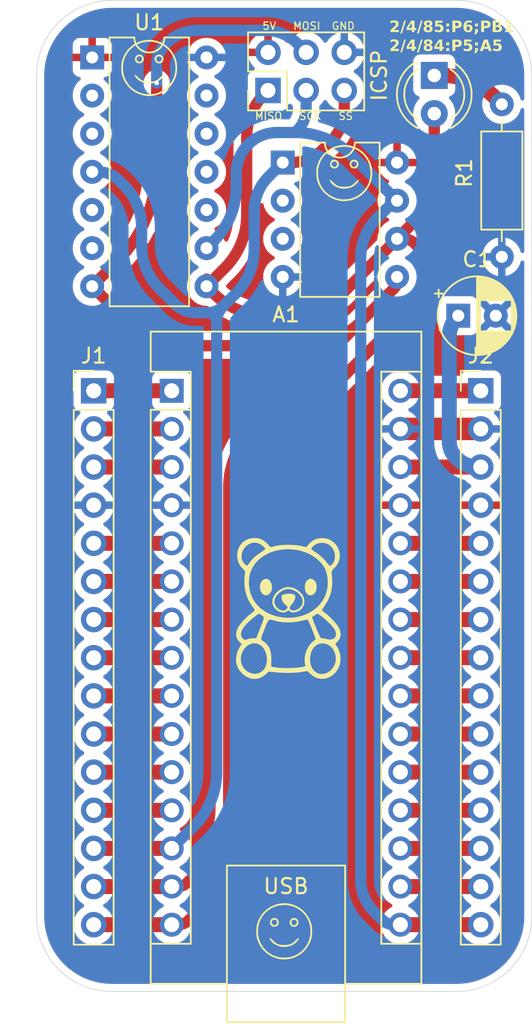
<source format=kicad_pcb>
(kicad_pcb
	(version 20240108)
	(generator "pcbnew")
	(generator_version "8.0")
	(general
		(thickness 1.6)
		(legacy_teardrops no)
	)
	(paper "A4")
	(layers
		(0 "F.Cu" signal)
		(31 "B.Cu" signal)
		(32 "B.Adhes" user "B.Adhesive")
		(33 "F.Adhes" user "F.Adhesive")
		(34 "B.Paste" user)
		(35 "F.Paste" user)
		(36 "B.SilkS" user "B.Silkscreen")
		(37 "F.SilkS" user "F.Silkscreen")
		(38 "B.Mask" user)
		(39 "F.Mask" user)
		(40 "Dwgs.User" user "User.Drawings")
		(41 "Cmts.User" user "User.Comments")
		(42 "Eco1.User" user "User.Eco1")
		(43 "Eco2.User" user "User.Eco2")
		(44 "Edge.Cuts" user)
		(45 "Margin" user)
		(46 "B.CrtYd" user "B.Courtyard")
		(47 "F.CrtYd" user "F.Courtyard")
		(48 "B.Fab" user)
		(49 "F.Fab" user)
		(50 "User.1" user)
		(51 "User.2" user)
		(52 "User.3" user)
		(53 "User.4" user)
		(54 "User.5" user)
		(55 "User.6" user)
		(56 "User.7" user)
		(57 "User.8" user)
		(58 "User.9" user)
	)
	(setup
		(pad_to_mask_clearance 0)
		(allow_soldermask_bridges_in_footprints no)
		(pcbplotparams
			(layerselection 0x00010fc_ffffffff)
			(plot_on_all_layers_selection 0x0000000_00000000)
			(disableapertmacros no)
			(usegerberextensions no)
			(usegerberattributes yes)
			(usegerberadvancedattributes yes)
			(creategerberjobfile yes)
			(dashed_line_dash_ratio 12.000000)
			(dashed_line_gap_ratio 3.000000)
			(svgprecision 4)
			(plotframeref no)
			(viasonmask no)
			(mode 1)
			(useauxorigin no)
			(hpglpennumber 1)
			(hpglpenspeed 20)
			(hpglpendiameter 15.000000)
			(pdf_front_fp_property_popups yes)
			(pdf_back_fp_property_popups yes)
			(dxfpolygonmode yes)
			(dxfimperialunits yes)
			(dxfusepcbnewfont yes)
			(psnegative no)
			(psa4output no)
			(plotreference yes)
			(plotvalue yes)
			(plotfptext yes)
			(plotinvisibletext no)
			(sketchpadsonfab no)
			(subtractmaskfromsilk no)
			(outputformat 1)
			(mirror no)
			(drillshape 0)
			(scaleselection 1)
			(outputdirectory "output")
		)
	)
	(net 0 "")
	(net 1 "/MISO")
	(net 2 "Net-(A1-D7)")
	(net 3 "Net-(A1-A7)")
	(net 4 "Net-(A1-D5)")
	(net 5 "Net-(A1-3V3)")
	(net 6 "Net-(A1-A3)")
	(net 7 "GND")
	(net 8 "Net-(A1-D1{slash}TX)")
	(net 9 "Net-(A1-A1)")
	(net 10 "Net-(A1-D6)")
	(net 11 "Net-(A1-VIN)")
	(net 12 "/SS")
	(net 13 "Net-(A1-D4)")
	(net 14 "Net-(A1-D8)")
	(net 15 "Net-(A1-D3)")
	(net 16 "+5V")
	(net 17 "Net-(A1-A4)")
	(net 18 "Net-(A1-A6)")
	(net 19 "/SCK")
	(net 20 "Net-(A1-A2)")
	(net 21 "Net-(A1-A5)")
	(net 22 "Net-(A1-D2)")
	(net 23 "Net-(A1-A0)")
	(net 24 "Net-(A1-AREF)")
	(net 25 "Net-(A1-D9)")
	(net 26 "Net-(A1-D0{slash}RX)")
	(net 27 "/RST")
	(net 28 "/MOSI")
	(net 29 "Net-(D1-K)")
	(net 30 "unconnected-(U1-XTAL2{slash}PB1-Pad3)")
	(net 31 "unconnected-(U1-AREF{slash}PA0-Pad13)")
	(net 32 "unconnected-(U1-XTAL1{slash}PB0-Pad2)")
	(net 33 "unconnected-(U1-PB2-Pad5)")
	(net 34 "unconnected-(U1-PA2-Pad11)")
	(net 35 "unconnected-(U1-PA7-Pad6)")
	(net 36 "unconnected-(U1-PA3-Pad10)")
	(net 37 "unconnected-(U1-PA1-Pad12)")
	(net 38 "unconnected-(U2-XTAL2{slash}PB4-Pad3)")
	(net 39 "unconnected-(U2-XTAL1{slash}PB3-Pad2)")
	(footprint "Capacitor_THT:CP_Radial_D5.0mm_P2.50mm" (layer "F.Cu") (at 99.100001 65.000001))
	(footprint "Module:Arduino_Nano" (layer "F.Cu") (at 80 70))
	(footprint "Connector_PinHeader_2.54mm:PinHeader_1x15_P2.54mm_Vertical" (layer "F.Cu") (at 74.8 70))
	(footprint "Package_DIP:DIP-14_W7.62mm" (layer "F.Cu") (at 74.7 47.8))
	(footprint "Connector_PinHeader_2.54mm:PinHeader_1x15_P2.54mm_Vertical" (layer "F.Cu") (at 100.6 70))
	(footprint "Connector_PinHeader_2.54mm:PinHeader_2x03_P2.54mm_Vertical" (layer "F.Cu") (at 86.42 50 90))
	(footprint "Custom Art Exports:Smiley Face" (layer "F.Cu") (at 91.5 55.5))
	(footprint "Custom Art Exports:Smiley Face" (layer "F.Cu") (at 78.5 48.5))
	(footprint "Package_DIP:DIP-8_W7.62mm" (layer "F.Cu") (at 87.4 54.8))
	(footprint "LED_THT:LED_D4.0mm" (layer "F.Cu") (at 97.5 49 -90))
	(footprint "Custom Art Exports:Smiley Face" (layer "F.Cu") (at 87.5 106))
	(footprint "Resistor_THT:R_Axial_DIN0207_L6.3mm_D2.5mm_P10.16mm_Horizontal" (layer "F.Cu") (at 101.999997 50.919998 -90))
	(gr_poly
		(pts
			(xy 86.315758 82.526032) (xy 86.353316 82.531466) (xy 86.389387 82.541713) (xy 86.423875 82.556486)
			(xy 86.456681 82.575495) (xy 86.48771 82.598451) (xy 86.516863 82.625067) (xy 86.544043 82.655052)
			(xy 86.569154 82.688118) (xy 86.592097 82.723977) (xy 86.612776 82.762339) (xy 86.631094 82.802916)
			(xy 86.646954 82.845418) (xy 86.660257 82.889558) (xy 86.670907 82.935046) (xy 86.678807 82.981594)
			(xy 86.68386 83.028912) (xy 86.685968 83.076713) (xy 86.685034 83.124706) (xy 86.680961 83.172604)
			(xy 86.673652 83.220117) (xy 86.663009 83.266957) (xy 86.648935 83.312835) (xy 86.631334 83.357461)
			(xy 86.610107 83.400548) (xy 86.585158 83.441807) (xy 86.556389 83.480948) (xy 86.523704 83.517683)
			(xy 86.487005 83.551724) (xy 86.477522 83.559316) (xy 86.467645 83.566483) (xy 86.4574 83.573223)
			(xy 86.446812 83.579535) (xy 86.424711 83.590867) (xy 86.401551 83.600465) (xy 86.377537 83.608317)
			(xy 86.352876 83.614407) (xy 86.327775 83.618725) (xy 86.302441 83.621255) (xy 86.277081 83.621985)
			(xy 86.251902 83.620902) (xy 86.227109 83.617991) (xy 86.202911 83.613241) (xy 86.179513 83.606637)
			(xy 86.157122 83.598165) (xy 86.14637 83.593226) (xy 86.135946 83.587814) (xy 86.125878 83.581929)
			(xy 86.116191 83.575569) (xy 86.086379 83.552974) (xy 86.05862 83.528181) (xy 86.032911 83.501353)
			(xy 86.009243 83.472647) (xy 85.987613 83.442227) (xy 85.968014 83.41025) (xy 85.950441 83.376879)
			(xy 85.934887 83.342273) (xy 85.921348 83.306592) (xy 85.909817 83.269997) (xy 85.900288 83.232649)
			(xy 85.892756 83.194707) (xy 85.887215 83.156332) (xy 85.883659 83.117685) (xy 85.882083 83.078926)
			(xy 85.882481 83.040214) (xy 85.884847 83.001711) (xy 85.889176 82.963576) (xy 85.89546 82.925971)
			(xy 85.903696 82.889055) (xy 85.913877 82.852989) (xy 85.925998 82.817934) (xy 85.940052 82.784048)
			(xy 85.956033 82.751494) (xy 85.973937 82.720431) (xy 85.993758 82.691019) (xy 86.015489 82.66342)
			(xy 86.039125 82.637793) (xy 86.064661 82.614298) (xy 86.092089 82.593096) (xy 86.121406 82.574348)
			(xy 86.152605 82.558213) (xy 86.195137 82.541503) (xy 86.236571 82.530762) (xy 86.27681 82.525701)
		)
		(stroke
			(width -0.000001)
			(type solid)
		)
		(fill solid)
		(layer "F.SilkS")
		(uuid "38b071f3-9130-49c2-990e-3c7e9519abfa")
	)
	(gr_poly
		(pts
			(xy 87.841717 83.075241) (xy 87.912202 83.083945) (xy 87.983116 83.097753) (xy 88.054095 83.116559)
			(xy 88.124775 83.140251) (xy 88.194795 83.168722) (xy 88.26379 83.201862) (xy 88.331397 83.239562)
			(xy 88.397253 83.281713) (xy 88.460996 83.328207) (xy 88.522261 83.378934) (xy 88.580686 83.433786)
			(xy 88.629367 83.485899) (xy 88.672837 83.539462) (xy 88.711188 83.594261) (xy 88.74451 83.650084)
			(xy 88.772895 83.706717) (xy 88.796436 83.763949) (xy 88.815223 83.821566) (xy 88.829348 83.879356)
			(xy 88.838903 83.937105) (xy 88.843979 83.994601) (xy 88.844668 84.051631) (xy 88.841061 84.107982)
			(xy 88.83325 84.163442) (xy 88.821327 84.217797) (xy 88.805383 84.270835) (xy 88.78551 84.322343)
			(xy 88.7618 84.372108) (xy 88.734343 84.419918) (xy 88.703231 84.465559) (xy 88.668557 84.508819)
			(xy 88.630412 84.549485) (xy 88.588886 84.587344) (xy 88.544073 84.622183) (xy 88.496063 84.65379)
			(xy 88.444948 84.681952) (xy 88.390819 84.706455) (xy 88.333769 84.727088) (xy 88.273889 84.743637)
			(xy 88.21127 84.755889) (xy 88.146003 84.763632) (xy 88.078182 84.766653) (xy 88.007896 84.764739)
			(xy 88.001595 84.764012) (xy 87.994633 84.7626) (xy 87.987081 84.76054) (xy 87.979012 84.75787) (xy 87.970498 84.754626)
			(xy 87.961609 84.750847) (xy 87.952417 84.74657) (xy 87.942994 84.741832) (xy 87.933413 84.73667)
			(xy 87.923743 84.731122) (xy 87.914058 84.725225) (xy 87.904428 84.719016) (xy 87.894925 84.712533)
			(xy 87.885622 84.705814) (xy 87.876589 84.698895) (xy 87.867898 84.691813) (xy 87.785514 84.622493)
			(xy 87.680011 84.695616) (xy 87.655054 84.711464) (xy 87.629002 84.725239) (xy 87.601944 84.736977)
			(xy 87.573968 84.746711) (xy 87.545165 84.754477) (xy 87.515621 84.760309) (xy 87.485428 84.764241)
			(xy 87.454672 84.766308) (xy 87.423444 84.766544) (xy 87.391831 84.764984) (xy 87.359924 84.761662)
			(xy 87.32781 84.756613) (xy 87.295578 84.749871) (xy 87.263319 84.741471) (xy 87.231119 84.731447)
			(xy 87.199069 84.719834) (xy 87.167256 84.706666) (xy 87.135771 84.691978) (xy 87.104702 84.675804)
			(xy 87.074137 84.658179) (xy 87.044165 84.639138) (xy 87.014877 84.618713) (xy 86.986359 84.596942)
			(xy 86.958701 84.573856) (xy 86.931993 84.549492) (xy 86.906323 84.523884) (xy 86.881779 84.497066)
			(xy 86.858451 84.469073) (xy 86.836427 84.439938) (xy 86.815797 84.409698) (xy 86.796649 84.378385)
			(xy 86.779072 84.346036) (xy 86.759547 84.304123) (xy 86.743296 84.261507) (xy 86.730266 84.218277)
			(xy 86.7204 84.174528) (xy 86.713646 84.13035) (xy 86.709948 84.085836) (xy 86.709532 84.059037)
			(xy 86.846061 84.059037) (xy 86.848435 84.095817) (xy 86.853299 84.132201) (xy 86.860634 84.168112)
			(xy 86.870422 84.203477) (xy 86.882646 84.238221) (xy 86.897287 84.272271) (xy 86.914329 84.305551)
			(xy 86.933752 84.337987) (xy 86.95554 84.369505) (xy 86.979673 84.40003) (xy 87.006135 84.429489)
			(xy 87.034908 84.457807) (xy 87.065973 84.484909) (xy 87.099313 84.510721) (xy 87.134909 84.535168)
			(xy 87.172745 84.558178) (xy 87.212802 84.579674) (xy 87.255062 84.599582) (xy 87.299507 84.617829)
			(xy 87.324895 84.626382) (xy 87.350258 84.632728) (xy 87.375499 84.636967) (xy 87.400521 84.639196)
			(xy 87.425228 84.639516) (xy 87.449524 84.638025) (xy 87.473312 84.634822) (xy 87.496496 84.630006)
			(xy 87.51898 84.623676) (xy 87.540666 84.615931) (xy 87.56146 84.606869) (xy 87.581264 84.596591)
			(xy 87.599981 84.585194) (xy 87.617516 84.572778) (xy 87.633773 84.559441) (xy 87.648654 84.545284)
			(xy 87.662063 84.530403) (xy 87.673904 84.514899) (xy 87.684081 84.498871) (xy 87.692496 84.482417)
			(xy 87.699055 84.465637) (xy 87.703659 84.448629) (xy 87.706214 84.431492) (xy 87.706622 84.414325)
			(xy 87.704787 84.397228) (xy 87.700612 84.380298) (xy 87.694002 84.363636) (xy 87.68486 84.34734)
			(xy 87.673089 84.331509) (xy 87.658594 84.316241) (xy 87.641277 84.301637) (xy 87.621042 84.287794)
			(xy 87.6001 84.274057) (xy 87.579628 84.259063) (xy 87.559658 84.242894) (xy 87.540225 84.22563)
			(xy 87.521361 84.207354) (xy 87.5031 84.188147) (xy 87.468521 84.147265) (xy 87.436758 84.103638)
			(xy 87.408079 84.057915) (xy 87.382751 84.010751) (xy 87.361043 83.962795) (xy 87.343224 83.914701)
			(xy 87.329562 83.86712) (xy 87.324374 83.843725) (xy 87.320325 83.820704) (xy 87.31745 83.798136)
			(xy 87.315782 83.776105) (xy 87.315354 83.75469) (xy 87.3162 83.733974) (xy 87.318354 83.714039)
			(xy 87.321849 83.694965) (xy 87.326718 83.676834) (xy 87.332996 83.659728) (xy 87.340715 83.643728)
			(xy 87.34991 83.628916) (xy 87.359198 83.617917) (xy 87.371201 83.60742) (xy 87.385752 83.597435)
			(xy 87.402686 83.587972) (xy 87.443035 83.570656) (xy 87.490919 83.555554) (xy 87.545008 83.54275)
			(xy 87.603973 83.532329) (xy 87.666484 83.524372) (xy 87.731212 83.518965) (xy 87.796827 83.51619)
			(xy 87.861999 83.516131) (xy 87.9254 83.518871) (xy 87.985699 83.524494) (xy 88.041567 83.533084)
			(xy 88.091675 83.544724) (xy 88.134693 83.559497) (xy 88.153128 83.568085) (xy 88.169291 83.577488)
			(xy 88.18231 83.587172) (xy 88.193912 83.598196) (xy 88.204115 83.610503) (xy 88.212936 83.624033)
			(xy 88.220391 83.63873) (xy 88.226497 83.654535) (xy 88.231273 83.67139) (xy 88.234734 83.689237)
			(xy 88.236898 83.708019) (xy 88.237782 83.727676) (xy 88.237402 83.748151) (xy 88.235776 83.769387)
			(xy 88.228855 83.813906) (xy 88.217152 83.860769) (xy 88.200806 83.909513) (xy 88.179951 83.959673)
			(xy 88.154724 84.010784) (xy 88.125262 84.062383) (xy 88.0917 84.114007) (xy 88.054175 84.16519)
			(xy 88.012822 84.215468) (xy 87.967779 84.264379) (xy 87.944551 84.289809) (xy 87.924682 84.314858)
			(xy 87.90807 84.339457) (xy 87.894615 84.363538) (xy 87.884216 84.387032) (xy 87.87677 84.40987)
			(xy 87.872178 84.431984) (xy 87.870337 84.453306) (xy 87.871147 84.473767) (xy 87.874506 84.493299)
			(xy 87.880313 84.511832) (xy 87.888468 84.529299) (xy 87.898868 84.545631) (xy 87.911413 84.56076)
			(xy 87.926001 84.574617) (xy 87.942531 84.587133) (xy 87.960903 84.598241) (xy 87.981014 84.607871)
			(xy 88.002765 84.615955) (xy 88.026052 84.622424) (xy 88.050776 84.627211) (xy 88.076836 84.630246)
			(xy 88.104129 84.631462) (xy 88.132554 84.630789) (xy 88.162012 84.628159) (xy 88.1924 84.623504)
			(xy 88.223617 84.616755) (xy 88.255562 84.607843) (xy 88.288134 84.5967) (xy 88.321231 84.583259)
			(xy 88.354753 84.567449) (xy 88.388598 84.549203) (xy 88.440878 84.516837) (xy 88.488595 84.482442)
			(xy 88.53179 84.446167) (xy 88.570508 84.408162) (xy 88.604793 84.368577) (xy 88.634687 84.327561)
			(xy 88.660233 84.285265) (xy 88.681476 84.241839) (xy 88.698458 84.197431) (xy 88.711223 84.152193)
			(xy 88.719814 84.106274) (xy 88.724275 84.059824) (xy 88.724648 84.012993) (xy 88.720978 83.965931)
			(xy 88.713307 83.918787) (xy 88.701679 83.871712) (xy 88.686137 83.824856) (xy 88.666725 83.778367)
			(xy 88.643485 83.732397) (xy 88.616462 83.687094) (xy 88.585698 83.64261) (xy 88.551237 83.599094)
			(xy 88.513123 83.556695) (xy 88.471398 83.515563) (xy 88.426106 83.47585) (xy 88.37729 83.437703)
			(xy 88.324994 83.401274) (xy 88.269261 83.366712) (xy 88.210134 83.334166) (xy 88.147656 83.303788)
			(xy 88.081872 83.275726) (xy 88.012824 83.250131) (xy 87.951247 83.231508) (xy 87.88989 83.218093)
			(xy 87.859291 83.21334) (xy 87.828745 83.209889) (xy 87.79825 83.207742) (xy 87.767805 83.206898)
			(xy 87.73741 83.207359) (xy 87.707063 83.209123) (xy 87.676764 83.212193) (xy 87.646511 83.216567)
			(xy 87.616304 83.222246) (xy 87.586142 83.229231) (xy 87.525949 83.247118) (xy 87.465924 83.270231)
			(xy 87.40606 83.298572) (xy 87.346349 83.332143) (xy 87.286784 83.370948) (xy 87.227358 83.414988)
			(xy 87.168064 83.464266) (xy 87.108893 83.518784) (xy 87.049839 83.578546) (xy 87.018228 83.613727)
			(xy 86.989339 83.649478) (xy 86.963153 83.685724) (xy 86.939653 83.72239) (xy 86.91882 83.759403)
			(xy 86.900638 83.796687) (xy 86.885088 83.834168) (xy 86.872152 83.871772) (xy 86.861812 83.909425)
			(xy 86.854051 83.947053) (xy 86.848851 83.98458) (xy 86.846193 84.021933) (xy 86.846061 84.059037)
			(xy 86.709532 84.059037) (xy 86.709253 84.041077) (xy 86.711505 83.996167) (xy 86.716651 83.951196)
			(xy 86.724636 83.906258) (xy 86.735405 83.861444) (xy 86.748904 83.816846) (xy 86.76508 83.772556)
			(xy 86.783876 83.728667) (xy 86.805239 83.685271) (xy 86.829115 83.642459) (xy 86.855449 83.600324)
			(xy 86.884187 83.558957) (xy 86.915274 83.518452) (xy 86.948655 83.478899) (xy 86.984278 83.440392)
			(xy 87.022086 83.403021) (xy 87.062026 83.36688) (xy 87.104043 83.33206) (xy 87.148082 83.298654)
			(xy 87.194091 83.266753) (xy 87.242013 83.236449) (xy 87.291794 83.207836) (xy 87.343381 83.181004)
			(xy 87.396719 83.156045) (xy 87.451753 83.133053) (xy 87.508429 83.112118) (xy 87.539573 83.102176)
			(xy 87.571324 83.09366) (xy 87.636464 83.080853) (xy 87.703485 83.073586) (xy 87.772023 83.071752)
		)
		(stroke
			(width -0.000001)
			(type solid)
		)
		(fill solid)
		(layer "F.SilkS")
		(uuid "7ea82f86-152e-47cd-8ffd-0319c4a7fd7f")
	)
	(gr_poly
		(pts
			(xy 89.263711 82.512602) (xy 89.269663 82.51309) (xy 89.275733 82.513888) (xy 89.288384 82.516423)
			(xy 89.30198 82.520224) (xy 89.316835 82.525308) (xy 89.333264 82.531695) (xy 89.351581 82.5394)
			(xy 89.395139 82.558841) (xy 89.434049 82.579148) (xy 89.469784 82.603097) (xy 89.502384 82.630406)
			(xy 89.531885 82.660794) (xy 89.558324 82.693981) (xy 89.581741 82.729685) (xy 89.602172 82.767626)
			(xy 89.619655 82.807522) (xy 89.634227 82.849092) (xy 89.645927 82.892056) (xy 89.654792 82.936132)
			(xy 89.66086 82.98104) (xy 89.664168 83.026498) (xy 89.664754 83.072226) (xy 89.662656 83.117942)
			(xy 89.657912 83.163365) (xy 89.650558 83.208215) (xy 89.640633 83.25221) (xy 89.628175 83.295069)
			(xy 89.61322 83.336512) (xy 89.595807 83.376257) (xy 89.575974 83.414024) (xy 89.553758 83.449531)
			(xy 89.529196 83.482497) (xy 89.502327 83.512642) (xy 89.473188 83.539684) (xy 89.441816 83.563342)
			(xy 89.40825 83.583336) (xy 89.372527 83.599384) (xy 89.334685 83.611206) (xy 89.294761 83.61852)
			(xy 89.252793 83.621045) (xy 89.211585 83.61854) (xy 89.172565 83.611142) (xy 89.135759 83.59914)
			(xy 89.101195 83.582824) (xy 89.068898 83.56248) (xy 89.038895 83.538397) (xy 89.011215 83.510865)
			(xy 88.985883 83.480171) (xy 88.962927 83.446604) (xy 88.942373 83.410453) (xy 88.924249 83.372005)
			(xy 88.90858 83.33155) (xy 88.895395 83.289376) (xy 88.88472 83.245771) (xy 88.876582 83.201024)
			(xy 88.871008 83.155423) (xy 88.868024 83.109257) (xy 88.867658 83.062815) (xy 88.869937 83.016384)
			(xy 88.874887 82.970254) (xy 88.882535 82.924712) (xy 88.892909 82.880048) (xy 88.906034 82.836549)
			(xy 88.921939 82.794504) (xy 88.94065 82.754202) (xy 88.962193 82.715931) (xy 88.986596 82.67998)
			(xy 89.013886 82.646637) (xy 89.04409 82.616191) (xy 89.077233 82.58893) (xy 89.113345 82.565142)
			(xy 89.15245 82.545116) (xy 89.187185 82.530102) (xy 89.202036 82.524272) (xy 89.215629 82.519584)
			(xy 89.228278 82.516055) (xy 89.240299 82.513703) (xy 89.246171 82.512974) (xy 89.252005 82.512546)
			(xy 89.257838 82.512421)
		)
		(stroke
			(width -0.000001)
			(type solid)
		)
		(fill solid)
		(layer "F.SilkS")
		(uuid "cf4e9900-7fdf-49ad-aa40-e9860055b388")
	)
	(gr_poly
		(pts
			(xy 85.609573 79.808955) (xy 85.685403 79.81471) (xy 85.722332 79.819405) (xy 85.758644 79.825326)
			(xy 85.79437 79.832483) (xy 85.829541 79.840887) (xy 85.864187 79.850548) (xy 85.89834 79.861477)
			(xy 85.932029 79.873683) (xy 85.965286 79.887179) (xy 85.998141 79.901973) (xy 86.030625 79.918077)
			(xy 86.062769 79.935501) (xy 86.094603 79.954255) (xy 86.157465 79.995798) (xy 86.219457 80.042787)
			(xy 86.280824 80.095308) (xy 86.341813 80.153444) (xy 86.402668 80.217279) (xy 86.587215 80.419553)
			(xy 86.88894 80.343717) (xy 86.97853 80.323683) (xy 87.076525 80.306318) (xy 87.181725 80.291623)
			(xy 87.292928 80.279598) (xy 87.408932 80.270244) (xy 87.528538 80.26356) (xy 87.650543 80.259546)
			(xy 87.773748 80.258203) (xy 87.89695 80.25953) (xy 88.018948 80.263529) (xy 88.138542 80.270199)
			(xy 88.254531 80.279539) (xy 88.365713 80.291552) (xy 88.470886 80.306235) (xy 88.568852 80.323591)
			(xy 88.658407 80.343618) (xy 88.959668 80.419355) (xy 89.156121 80.205869) (xy 89.198169 80.161117)
			(xy 89.238689 80.120032) (xy 89.278004 80.082432) (xy 89.316435 80.048134) (xy 89.354304 80.016959)
			(xy 89.391933 79.988724) (xy 89.429642 79.963247) (xy 89.467755 79.940347) (xy 89.506591 79.919843)
			(xy 89.546474 79.901553) (xy 89.587724 79.885296) (xy 89.630664 79.87089) (xy 89.675614 79.858153)
			(xy 89.722898 79.846904) (xy 89.772835 79.836961) (xy 89.825748 79.828143) (xy 89.931575 79.816205)
			(xy 90.034634 79.812822) (xy 90.134727 79.817612) (xy 90.231654 79.830192) (xy 90.325214 79.85018)
			(xy 90.41521 79.877192) (xy 90.50144 79.910846) (xy 90.583707 79.950761) (xy 90.661809 79.996552)
			(xy 90.735547 80.047838) (xy 90.804723 80.104236) (xy 90.869136 80.165363) (xy 90.928587 80.230837)
			(xy 90.982877 80.300275) (xy 91.031805 80.373294) (xy 91.075173 80.449513) (xy 91.11278 80.528548)
			(xy 91.144428 80.610017) (xy 91.169916 80.693537) (xy 91.189046 80.778726) (xy 91.201617 80.8652)
			(xy 91.207431 80.952579) (xy 91.206287 81.040478) (xy 91.197986 81.128515) (xy 91.182328 81.216308)
			(xy 91.159115 81.303474) (xy 91.128146 81.389631) (xy 91.089222 81.474395) (xy 91.042143 81.557385)
			(xy 90.98671 81.638218) (xy 90.922723 81.71651) (xy 90.849984 81.791881) (xy 90.816002 81.824791)
			(xy 90.78598 81.855039) (xy 90.759731 81.883183) (xy 90.737069 81.909785) (xy 90.717809 81.935403)
			(xy 90.701764 81.960597) (xy 90.69489 81.973211) (xy 90.68875 81.985928) (xy 90.683321 81.99882)
			(xy 90.67858 82.011956) (xy 90.674503 82.025406) (xy 90.671067 82.039241) (xy 90.66825 82.053529)
			(xy 90.666028 82.068341) (xy 90.663275 82.099819) (xy 90.662624 82.134232) (xy 90.663887 82.172142)
			(xy 90.66688 82.214108) (xy 90.671416 82.26069) (xy 90.67731 82.312449) (xy 90.692246 82.460994)
			(xy 90.701063 82.605763) (xy 90.70369 82.747037) (xy 90.700053 82.885098) (xy 90.69008 83.020227)
			(xy 90.673698 83.152706) (xy 90.650836 83.282817) (xy 90.621421 83.410841) (xy 90.58538 83.53706)
			(xy 90.542642 83.661755) (xy 90.493133 83.785208) (xy 90.436781 83.9077) (xy 90.373514 84.029513)
			(xy 90.303259 84.150929) (xy 90.225944 84.272229) (xy 90.141496 84.393694) (xy 90.113643 84.432336)
			(xy 90.089551 84.466476) (xy 90.069256 84.496606) (xy 90.060545 84.510322) (xy 90.052796 84.52322)
			(xy 90.046016 84.535363) (xy 90.040207 84.546812) (xy 90.035375 84.557628) (xy 90.031524 84.567873)
			(xy 90.028658 84.57761) (xy 90.026783 84.586899) (xy 90.025903 84.595802) (xy 90.026022 84.604381)
			(xy 90.027145 84.612697) (xy 90.029276 84.620813) (xy 90.03242 84.628789) (xy 90.036581 84.636688)
			(xy 90.041764 84.644572) (xy 90.047974 84.652501) (xy 90.055215 84.660537) (xy 90.063491 84.668742)
			(xy 90.072808 84.677179) (xy 90.083168 84.685907) (xy 90.107042 84.704488) (xy 90.135149 84.724979)
			(xy 90.167524 84.747872) (xy 90.228436 84.792916) (xy 90.293959 84.845434) (xy 90.363104 84.904382)
			(xy 90.434886 84.968715) (xy 90.508317 85.037389) (xy 90.582412 85.109358) (xy 90.656183 85.183578)
			(xy 90.728643 85.259005) (xy 90.798806 85.334594) (xy 90.865686 85.409301) (xy 90.928295 85.48208)
			(xy 90.985646 85.551888) (xy 91.036754 85.617679) (xy 91.080631 85.678409) (xy 91.11629 85.733033)
			(xy 91.142745 85.780507) (xy 91.17469 85.849912) (xy 91.201412 85.918271) (xy 91.212817 85.952038)
			(xy 91.222918 85.98552) (xy 91.231718 86.018707) (xy 91.239217 86.051593) (xy 91.245415 86.084168)
			(xy 91.250315 86.116426) (xy 91.253916 86.148357) (xy 91.25622 86.179953) (xy 91.257227 86.211207)
			(xy 91.256939 86.24211) (xy 91.255357 86.272654) (xy 91.252481 86.302832) (xy 91.248313 86.332634)
			(xy 91.242853 86.362053) (xy 91.236102 86.391081) (xy 91.228062 86.419709) (xy 91.218733 86.44793)
			(xy 91.208116 86.475735) (xy 91.196212 86.503116) (xy 91.183022 86.530066) (xy 91.168547 86.556575)
			(xy 91.152788 86.582636) (xy 91.135746 86.608241) (xy 91.117422 86.633382) (xy 91.097817 86.65805)
			(xy 91.076931 86.682237) (xy 91.054766 86.705935) (xy 91.031323 86.729137) (xy 91.007156 86.752435)
			(xy 90.986097 86.77349) (xy 90.968105 86.792616) (xy 90.960246 86.801555) (xy 90.953138 86.81013)
			(xy 90.946775 86.818382) (xy 90.941153 86.826349) (xy 90.936266 86.834071) (xy 90.93211 86.841588)
			(xy 90.928678 86.848939) (xy 90.925965 86.856164) (xy 90.923967 86.863301) (xy 90.922678 86.870392)
			(xy 90.922092 86.877475) (xy 90.922206 86.88459) (xy 90.923012 86.891776) (xy 90.924507 86.899073)
			(xy 90.926685 86.90652) (xy 90.92954 86.914157) (xy 90.933068 86.922023) (xy 90.937263 86.930158)
			(xy 90.94212 86.938602) (xy 90.947633 86.947393) (xy 90.96061 86.966178) (xy 90.976151 86.986829)
			(xy 90.994214 87.009662) (xy 91.002583 87.020492) (xy 91.01139 87.032678) (xy 91.030027 87.060579)
			(xy 91.049529 87.092297) (xy 91.069302 87.126761) (xy 91.088752 87.1629) (xy 91.107282 87.199646)
			(xy 91.124299 87.235927) (xy 91.139206 87.270673) (xy 91.184049 87.394764) (xy 91.21768 87.517744)
			(xy 91.240546 87.639242) (xy 91.253097 87.758886) (xy 91.25578 87.876304) (xy 91.249044 87.991125)
			(xy 91.233337 88.102978) (xy 91.209106 88.21149) (xy 91.176802 88.316292) (xy 91.13687 88.41701)
			(xy 91.089761 88.513275) (xy 91.035921 88.604713) (xy 90.9758 88.690954) (xy 90.909846 88.771626)
			(xy 90.838506 88.846358) (xy 90.762229 88.914778) (xy 90.681463 88.976514) (xy 90.596657 89.031196)
			(xy 90.508259 89.078452) (xy 90.416716 89.117909) (xy 90.322478 89.149198) (xy 90.225992 89.171946)
			(xy 90.127706 89.185781) (xy 90.02807 89.190333) (xy 89.92753 89.185229) (xy 89.826536 89.170099)
			(xy 89.725536 89.144571) (xy 89.624977 89.108273) (xy 89.525308 89.060833) (xy 89.426978 89.001881)
			(xy 89.330434 88.931045) (xy 89.236124 88.847954) (xy 89.046419 88.665788) (xy 88.688503 88.727436)
			(xy 88.504695 88.753505) (xy 88.297666 88.772939) (xy 88.072713 88.785678) (xy 87.835131 88.791668)
			(xy 87.590216 88.79085) (xy 87.343264 88.783168) (xy 87.099571 88.768564) (xy 86.864433 88.746982)
			(xy 86.458694 88.702566) (xy 86.307683 88.848748) (xy 86.261529 88.891539) (xy 86.214462 88.931458)
			(xy 86.16654 88.968508) (xy 86.117824 89.002691) (xy 86.068373 89.034008) (xy 86.018247 89.062461)
			(xy 85.967504 89.088051) (xy 85.916203 89.11078) (xy 85.864406 89.13065) (xy 85.81217 89.147663)
			(xy 85.759555 89.16182) (xy 85.70662 89.173123) (xy 85.653425 89.181574) (xy 85.60003 89.187174)
			(xy 85.546493 89.189925) (xy 85.492874 89.189828) (xy 85.439233 89.186887) (xy 85.385628 89.181101)
			(xy 85.332119 89.172473) (xy 85.278766 89.161005) (xy 85.225627 89.146698) (xy 85.172763 89.129554)
			(xy 85.120232 89.109574) (xy 85.068094 89.086761) (xy 85.016408 89.061115) (xy 84.965235 89.03264)
			(xy 84.914632 89.001336) (xy 84.864659 88.967205) (xy 84.815377 88.930248) (xy 84.766843 88.890469)
			(xy 84.719118 88.847867) (xy 84.672261 88.802445) (xy 84.628876 88.756773) (xy 84.588083 88.709968)
			(xy 84.549883 88.662072) (xy 84.514278 88.613127) (xy 84.481271 88.563175) (xy 84.450863 88.512258)
			(xy 84.423057 88.460418) (xy 84.397855 88.407697) (xy 84.37526 88.354137) (xy 84.355272 88.29978)
			(xy 84.337895 88.244669) (xy 84.32313 88.188844) (xy 84.31098 88.132348) (xy 84.301447 88.075224)
			(xy 84.29024 87.959256) (xy 84.289584 87.850949) (xy 84.60872 87.850949) (xy 84.610797 87.926679)
			(xy 84.618592 88.002673) (xy 84.632327 88.078647) (xy 84.652228 88.154322) (xy 84.678517 88.229413)
			(xy 84.711419 88.30364) (xy 84.737997 88.354197) (xy 84.766753 88.402458) (xy 84.797573 88.448392)
			(xy 84.830339 88.491973) (xy 84.864935 88.53317) (xy 84.901246 88.571955) (xy 84.939155 88.608299)
			(xy 84.978546 88.642174) (xy 85.019303 88.673551) (xy 85.061309 88.7024) (xy 85.10445 88.728694)
			(xy 85.148607 88.752403) (xy 85.193667 88.773498) (xy 85.239511 88.791952) (xy 85.286024 88.807734)
			(xy 85.333091 88.820817) (xy 85.380594 88.831171) (xy 85.428418 88.838768) (xy 85.476446 88.843579)
			(xy 85.524563 88.845575) (xy 85.572652 88.844728) (xy 85.620597 88.841008) (xy 85.668282 88.834386)
			(xy 85.71559 88.824835) (xy 85.762407 88.812325) (xy 85.808615 88.796828) (xy 85.854098 88.778314)
			(xy 85.898741 88.756756) (xy 85.942427 88.732123) (xy 85.98504 88.704388) (xy 86.026464 88.673521)
			(xy 86.066582 88.639495) (xy 86.108302 88.598415) (xy 86.146503 88.553934) (xy 86.181218 88.506305)
			(xy 86.212482 88.455782) (xy 86.240331 88.402619) (xy 86.264798 88.347071) (xy 86.28592 88.28939)
			(xy 86.30373 88.229832) (xy 86.318263 88.16865) (xy 86.329554 88.106099) (xy 86.337639 88.042432)
			(xy 86.34255 87.977903) (xy 86.344325 87.912767) (xy 86.342996 87.847277) (xy 86.338599 87.781688)
			(xy 86.331169 87.716253) (xy 86.320741 87.651227) (xy 86.307348 87.586863) (xy 86.291027 87.523417)
			(xy 86.271811 87.46114) (xy 86.249736 87.400289) (xy 86.224836 87.341116) (xy 86.197146 87.283877)
			(xy 86.166701 87.228824) (xy 86.133536 87.176211) (xy 86.097684 87.126294) (xy 86.059182 87.079326)
			(xy 86.018064 87.035561) (xy 85.974365 86.995253) (xy 85.928119 86.958655) (xy 85.879361 86.926023)
			(xy 85.828126 86.89761) (xy 85.760128 86.867573) (xy 85.692027 86.845127) (xy 85.624047 86.829991)
			(xy 85.556411 86.821882) (xy 85.489344 86.820518) (xy 85.423069 86.825618) (xy 85.357811 86.8369)
			(xy 85.293793 86.854082) (xy 85.231238 86.876882) (xy 85.170372 86.905018) (xy 85.111417 86.938209)
			(xy 85.054598 86.976172) (xy 85.000138 87.018627) (xy 84.948261 87.06529) (xy 84.899192 87.11588)
			(xy 84.853153 87.170115) (xy 84.810369 87.227714) (xy 84.771064 87.288394) (xy 84.735462 87.351874)
			(xy 84.703786 87.417872) (xy 84.67626 87.486106) (xy 84.653108 87.556293) (xy 84.634555 87.628153)
			(xy 84.620823 87.701404) (xy 84.612137 87.775763) (xy 84.60872 87.850949) (xy 84.289584 87.850949)
			(xy 84.289525 87.841276) (xy 84.29932 87.72162) (xy 84.319642 87.600624) (xy 84.350508 87.478624)
			(xy 84.391936 87.355956) (xy 84.443941 87.232956) (xy 84.506542 87.10996) (xy 84.579756 86.987304)
			(xy 84.662339 86.858618) (xy 84.553066 86.759863) (xy 84.505877 86.714436) (xy 84.463468 86.66775)
			(xy 84.425832 86.61982) (xy 84.392963 86.570663) (xy 84.364855 86.520293) (xy 84.341501 86.468727)
			(xy 84.322893 86.415981) (xy 84.309026 86.362071) (xy 84.299893 86.307012) (xy 84.295487 86.250821)
			(xy 84.295746 86.203785) (xy 84.620822 86.203785) (xy 84.621185 86.243062) (xy 84.625072 86.28108)
			(xy 84.632505 86.317797) (xy 84.643507 86.353172) (xy 84.658099 86.387162) (xy 84.676305 86.419725)
			(xy 84.698147 86.450821) (xy 84.723646 86.480407) (xy 84.752826 86.508442) (xy 84.772546 86.525436)
			(xy 84.790722 86.540262) (xy 84.8077 86.552951) (xy 84.823826 86.563533) (xy 84.839444 86.572039)
			(xy 84.847171 86.575523) (xy 84.854901 86.578499) (xy 84.862678 86.580972) (xy 84.870543 86.582945)
			(xy 84.87854 86.584422) (xy 84.886714 86.585407) (xy 84.895106 86.585904) (xy 84.90376 86.585916)
			(xy 84.912719 86.585448) (xy 84.922027 86.584503) (xy 84.94186 86.581199) (xy 84.963604 86.576033)
			(xy 84.987606 86.569038) (xy 85.014211 86.560244) (xy 85.043764 86.549681) (xy 85.07661 86.537381)
			(xy 85.094804 86.530758) (xy 85.113292 86.524601) (xy 85.125508 86.520904) (xy 85.968112 86.520904)
			(xy 85.969273 86.535109) (xy 85.971645 86.548173) (xy 85.97328 86.554321) (xy 85.975213 86.560235)
			(xy 85.97744 86.565934) (xy 85.979961 86.571434) (xy 85.985875 86.581908) (xy 85.992939 86.591797)
			(xy 86.001138 86.601239) (xy 86.010458 86.610374) (xy 86.020881 86.61934) (xy 86.032395 86.628276)
			(xy 86.044982 86.637321) (xy 86.058629 86.646613) (xy 86.089038 86.666498) (xy 86.162527 86.717518)
			(xy 86.230438 86.771818) (xy 86.292856 86.8296) (xy 86.349866 86.891067) (xy 86.401554 86.956423)
			(xy 86.448004 87.025869) (xy 86.489301 87.099609) (xy 86.525531 87.177847) (xy 86.556777 87.260783)
			(xy 86.583125 87.348623) (xy 86.60466 87.441568) (xy 86.621466 87.539821) (xy 86.633629 87.643586)
			(xy 86.641234 87.753065) (xy 86.644366 87.868461) (xy 86.643109 87.989977) (xy 86.632823 88.365222)
			(xy 86.818925 88.40772) (xy 86.927481 88.427544) (xy 87.05757 88.443084) (xy 87.205202 88.454523)
			(xy 87.366386 88.462041) (xy 87.537131 88.465821) (xy 87.713447 88.466044) (xy 87.891343 88.462893)
			(xy 88.066827 88.456548) (xy 88.235911 88.447193) (xy 88.394602 88.435008) (xy 88.53891 88.420176)
			(xy 88.664844 88.402879) (xy 88.768414 88.383297) (xy 88.845629 88.361614) (xy 88.873107 88.350041)
			(xy 88.892499 88.33801) (xy 88.903307 88.325545) (xy 88.905032 88.312669) (xy 88.882125 88.193743)
			(xy 88.867611 88.075191) (xy 88.861374 87.95735) (xy 88.86245 87.892045) (xy 89.221724 87.892045)
			(xy 89.223722 87.966362) (xy 89.229895 88.045812) (xy 89.240404 88.122069) (xy 89.255065 88.195058)
			(xy 89.273694 88.264705) (xy 89.296109 88.330934) (xy 89.322124 88.393669) (xy 89.351556 88.452837)
			(xy 89.384222 88.508362) (xy 89.419938 88.560169) (xy 89.45852 88.608183) (xy 89.499785 88.65233)
			(xy 89.543548 88.692533) (xy 89.589627 88.728719) (xy 89.637837 88.760811) (xy 89.687995 88.788736)
			(xy 89.739916 88.812417) (xy 89.793418 88.831781) (xy 89.848317 88.846752) (xy 89.904429 88.857254)
			(xy 89.96157 88.863214) (xy 90.019556 88.864556) (xy 90.078204 88.861205) (xy 90.137331 88.853085)
			(xy 90.196752 88.840123) (xy 90.256283 88.822243) (xy 90.315742 88.79937) (xy 90.374944 88.771428)
			(xy 90.433705 88.738344) (xy 90.491843 88.700042) (xy 90.549173 88.656446) (xy 90.605511 88.607483)
			(xy 90.660675 88.553076) (xy 90.703684 88.504741) (xy 90.742885 88.454076) (xy 90.778315 88.401289)
			(xy 90.810016 88.346589) (xy 90.838026 88.290184) (xy 90.862384 88.232283) (xy 90.883132 88.173092)
			(xy 90.900307 88.112822) (xy 90.913949 88.051679) (xy 90.924099 87.989872) (xy 90.930795 87.92761)
			(xy 90.934078 87.8651) (xy 90.933986 87.802551) (xy 90.930559 87.740172) (xy 90.923838 87.67817)
			(xy 90.91386 87.616753) (xy 90.900666 87.55613) (xy 90.884296 87.496509) (xy 90.864788 87.438099)
			(xy 90.842183 87.381107) (xy 90.81652 87.325742) (xy 90.787838 87.272212) (xy 90.756178 87.220726)
			(xy 90.721578 87.171491) (xy 90.684078 87.124715) (xy 90.643718 87.080608) (xy 90.600537 87.039377)
			(xy 90.554574 87.00123) (xy 90.50587 86.966377) (xy 90.454464 86.935024) (xy 90.400396 86.90738)
			(xy 90.343704 86.883654) (xy 90.285294 86.863874) (xy 90.227518 86.848401) (xy 90.170464 86.837148)
			(xy 90.114219 86.830033) (xy 90.05887 86.82697) (xy 90.004506 86.827874) (xy 89.951214 86.832661)
			(xy 89.899081 86.841245) (xy 89.848196 86.853543) (xy 89.798646 86.869469) (xy 89.750519 86.88894)
			(xy 89.703901 86.911869) (xy 89.658882 86.938172) (xy 89.615549 86.967765) (xy 89.573989 87.000563)
			(xy 89.53429 87.03648) (xy 89.496539 87.075434) (xy 89.460825 87.117337) (xy 89.427234 87.162107)
			(xy 89.395855 87.209658) (xy 89.366776 87.259906) (xy 89.340083 87.312765) (xy 89.315865 87.368151)
			(xy 89.294209 87.425979) (xy 89.275204 87.486165) (xy 89.258935 87.548624) (xy 89.245492 87.613271)
			(xy 89.234962 87.680021) (xy 89.227432 87.74879) (xy 89.22299 87.819493) (xy 89.221724 87.892045)
			(xy 88.86245 87.892045) (xy 88.863299 87.840557) (xy 88.873268 87.725149) (xy 88.891166 87.611462)
			(xy 88.916877 87.499833) (xy 88.950284 87.3906) (xy 88.991271 87.284098) (xy 89.039722 87.180666)
			(xy 89.09552 87.080639) (xy 89.158551 86.984355) (xy 89.228697 86.89215) (xy 89.305842 86.804361)
			(xy 89.347003 86.762228) (xy 89.38987 86.721325) (xy 89.434429 86.681695) (xy 89.480666 86.64338)
			(xy 89.596785 86.550511) (xy 89.51483 86.31199) (xy 89.463535 86.169317) (xy 89.402135 86.008851)
			(xy 89.33512 85.841202) (xy 89.266977 85.676985) (xy 89.202194 85.526812) (xy 89.145257 85.401296)
			(xy 89.100655 85.31105) (xy 89.084383 85.28247) (xy 89.072876 85.266687) (xy 89.065942 85.260223)
			(xy 89.058794 85.254733) (xy 89.051094 85.250248) (xy 89.042506 85.246803) (xy 89.032692 85.244429)
			(xy 89.021316 85.243161) (xy 89.008041 85.243029) (xy 88.99253 85.244069) (xy 88.974446 85.246312)
			(xy 88.953451 85.249791) (xy 88.901385 85.260589) (xy 88.833634 85.276728) (xy 88.747505 85.29847)
			(xy 88.622986 85.328416) (xy 88.498946 85.354409) (xy 88.375397 85.376447) (xy 88.252352 85.39453)
			(xy 88.129822 85.408659) (xy 88.00782 85.418834) (xy 87.886357 85.425053) (xy 87.765446 85.427318)
			(xy 87.645099 85.425627) (xy 87.525327 85.419981) (xy 87.406142 85.410379) (xy 87.287557 85.396822)
			(xy 87.169584 85.379309) (xy 87.052234 85.35784) (xy 86.93552 85.332415) (xy 86.819454 85.303034)
			(xy 86.693445 85.268887) (xy 86.642319 85.256997) (xy 86.597665 85.249921) (xy 86.577426 85.248508)
			(xy 86.558398 85.24868) (xy 86.540445 85.250567) (xy 86.523432 85.254294) (xy 86.507222 85.25999)
			(xy 86.491682 85.267782) (xy 86.476674 85.277798) (xy 86.462063 85.290164) (xy 86.447714 85.305009)
			(xy 86.433491 85.32246) (xy 86.40488 85.365689) (xy 86.375144 85.420872) (xy 86.343199 85.489027)
			(xy 86.307959 85.571175) (xy 86.26834 85.668336) (xy 86.171621 85.911774) (xy 86.087525 86.124453)
			(xy 86.054171 86.210892) (xy 86.026451 86.285544) (xy 86.014666 86.318798) (xy 86.004244 86.349522)
			(xy 85.99517 86.377855) (xy 85.987429 86.403935) (xy 85.981004 86.427903) (xy 85.975882 86.449896)
			(xy 85.972047 86.470054) (xy 85.969484 86.488515) (xy 85.968177 86.505419) (xy 85.968112 86.520904)
			(xy 85.125508 86.520904) (xy 85.132112 86.518905) (xy 85.151299 86.513666) (xy 85.170889 86.508876)
			(xy 85.19092 86.504532) (xy 85.211427 86.500627) (xy 85.232446 86.497156) (xy 85.276165 86.491495)
			(xy 85.322367 86.487505) (xy 85.371342 86.485143) (xy 85.423379 86.484365) (xy 85.630681 86.484365)
			(xy 85.811689 86.027066) (xy 85.941042 85.700461) (xy 85.992257 85.56969) (xy 86.034894 85.458146)
			(xy 86.053089 85.409008) (xy 86.069251 85.363984) (xy 86.083417 85.322845) (xy 86.095625 85.28536)
			(xy 86.105912 85.251297) (xy 86.114314 85.220426) (xy 86.12087 85.192518) (xy 86.125617 85.16734)
			(xy 86.128591 85.144662) (xy 86.12983 85.124254) (xy 86.129371 85.105886) (xy 86.128516 85.097394)
			(xy 86.127251 85.089325) (xy 86.12558 85.081651) (xy 86.123508 85.074342) (xy 86.121039 85.067371)
			(xy 86.118178 85.060707) (xy 86.11493 85.054322) (xy 86.111299 85.048188) (xy 86.102908 85.036554)
			(xy 86.093043 85.025576) (xy 86.08174 85.015022) (xy 86.069037 85.004663) (xy 86.05497 84.994266)
			(xy 85.985818 84.947698) (xy 85.925139 84.904804) (xy 85.901469 84.887915) (xy 85.880968 84.874351)
			(xy 85.86268 84.864326) (xy 85.854067 84.860708) (xy 85.845647 84.858055) (xy 85.837302 84.856394)
			(xy 85.828911 84.855752) (xy 85.820356 84.856156) (xy 85.811515 84.857632) (xy 85.80227 84.860208)
			(xy 85.792501 84.86391) (xy 85.782089 84.868765) (xy 85.770912 84.874799) (xy 85.74579 84.890515)
			(xy 85.716178 84.911272) (xy 85.533678 85.049) (xy 85.387649 85.162112) (xy 85.253749 85.273864)
			(xy 85.191403 85.329125) (xy 85.132157 85.383921) (xy 85.076032 85.43821) (xy 85.023052 85.491951)
			(xy 84.973238 85.5451) (xy 84.926612 85.597618) (xy 84.883198 85.649461) (xy 84.843017 85.700588)
			(xy 84.806091 85.750957) (xy 84.772444 85.800527) (xy 84.742098 85.849256) (xy 84.715074 85.897102)
			(xy 84.691395 85.944022) (xy 84.671084 85.989976) (xy 84.654162 86.034922) (xy 84.640653 86.078818)
			(xy 84.630578 86.121621) (xy 84.623961 86.163291) (xy 84.620822 86.203785) (xy 84.295746 86.203785)
			(xy 84.295802 86.193514) (xy 84.300831 86.135106) (xy 84.310568 86.075614) (xy 84.325005 86.015053)
			(xy 84.344137 85.953439) (xy 84.367957 85.890789) (xy 84.396457 85.827118) (xy 84.429633 85.762441)
			(xy 84.467476 85.696776) (xy 84.50998 85.630138) (xy 84.557139 85.562542) (xy 84.608946 85.494005)
			(xy 84.726479 85.354172) (xy 84.862524 85.210764) (xy 85.01703 85.06391) (xy 85.189943 84.913738)
			(xy 85.381212 84.760373) (xy 85.442405 84.712448) (xy 85.466468 84.692232) (xy 85.47687 84.682814)
			(xy 85.486188 84.673761) (xy 85.494422 84.665003) (xy 85.501574 84.65647) (xy 85.507645 84.648091)
			(xy 85.512636 84.639795) (xy 85.516548 84.631512) (xy 85.519383 84.623171) (xy 85.521142 84.614702)
			(xy 85.521825 84.606034) (xy 85.521435 84.597097) (xy 85.519972 84.587819) (xy 85.517438 84.578131)
			(xy 85.513833 84.567962) (xy 85.509159 84.557241) (xy 85.503418 84.545898) (xy 85.496609 84.533862)
			(xy 85.488735 84.521062) (xy 85.469796 84.492891) (xy 85.446609 84.460818) (xy 85.387529 84.382714)
			(xy 85.309001 84.274251) (xy 85.236529 84.162676) (xy 85.170128 84.048042) (xy 85.109809 83.930404)
			(xy 85.055586 83.809813) (xy 85.007473 83.686323) (xy 84.965484 83.559987) (xy 84.92963 83.430859)
			(xy 84.899926 83.298991) (xy 84.876385 83.164437) (xy 84.85902 83.027251) (xy 84.847845 82.887484)
			(xy 84.843408 82.760506) (xy 85.146336 82.760506) (xy 85.149548 82.894812) (xy 85.159954 83.026615)
			(xy 85.17741 83.155769) (xy 85.201772 83.28213) (xy 85.232895 83.405554) (xy 85.270637 83.525896)
			(xy 85.314852 83.643012) (xy 85.365396 83.756758) (xy 85.422126 83.866989) (xy 85.484898 83.973561)
			(xy 85.553566 84.07633) (xy 85.627988 84.175151) (xy 85.708019 84.26988) (xy 85.793515 84.360373)
			(xy 85.884333 84.446485) (xy 85.980327 84.528072) (xy 86.081354 84.604989) (xy 86.187269 84.677093)
			(xy 86.297929 84.744238) (xy 86.41319 84.806281) (xy 86.532908 84.863078) (xy 86.656938 84.914483)
			(xy 86.785136 84.960352) (xy 86.917358 85.000542) (xy 87.053461 85.034908) (xy 87.1933 85.063305)
			(xy 87.33673 85.085589) (xy 87.483609 85.101615) (xy 87.633792 85.111241) (xy 87.787134 85.11432)
			(xy 87.953388 85.10997) (xy 88.115824 85.097582) (xy 88.274259 85.077377) (xy 88.333842 85.066638)
			(xy 89.362316 85.066638) (xy 89.362771 85.079234) (xy 89.372839 85.124301) (xy 89.393806 85.192681)
			(xy 89.424098 85.280548) (xy 89.506362 85.499451) (xy 89.607041 85.750419) (xy 89.713545 86.00286)
			(xy 89.813282 86.226181) (xy 89.893664 86.389792) (xy 89.922662 86.439645) (xy 89.942099 86.463099)
			(xy 89.94579 86.465184) (xy 89.950179 86.467215) (xy 89.955209 86.469181) (xy 89.960821 86.471071)
			(xy 89.966961 86.472876) (xy 89.97357 86.474583) (xy 89.980593 86.476182) (xy 89.987971 86.477664)
			(xy 90.003569 86.480228) (xy 90.019908 86.482191) (xy 90.036534 86.483466) (xy 90.044813 86.483819)
			(xy 90.052992 86.483968) (xy 90.073198 86.485175) (xy 90.100564 86.488472) (xy 90.133883 86.493631)
			(xy 90.171947 86.500426) (xy 90.213549 86.50863) (xy 90.257482 86.518017) (xy 90.302536 86.52836)
			(xy 90.347506 86.539431) (xy 90.393786 86.550061) (xy 90.438597 86.558021) (xy 90.481886 86.563376)
			(xy 90.523604 86.566194) (xy 90.563699 86.566541) (xy 90.602122 86.564482) (xy 90.638821 86.560085)
			(xy 90.673746 86.553416) (xy 90.706847 86.54454) (xy 90.738072 86.533524) (xy 90.767372 86.520434)
			(xy 90.794695 86.505338) (xy 90.819991 86.4883) (xy 90.843209 86.469387) (xy 90.864299 86.448666)
			(xy 90.883209 86.426202) (xy 90.899891 86.402063) (xy 90.914291 86.376314) (xy 90.926361 86.349021)
			(xy 90.93605 86.320251) (xy 90.943306 86.290071) (xy 90.94808 86.258546) (xy 90.950321 86.225742)
			(xy 90.949977 86.191727) (xy 90.946999 86.156566) (xy 90.941336 86.120325) (xy 90.932936 86.083072)
			(xy 90.921751 86.044871) (xy 90.907728 86.00579) (xy 90.890818 85.965895) (xy 90.870969 85.925251)
			(xy 90.848132 85.883926) (xy 90.819018 85.838573) (xy 90.781701 85.787651) (xy 90.736988 85.731937)
			(xy 90.685688 85.672208) (xy 90.628607 85.60924) (xy 90.566553 85.543809) (xy 90.43076 85.408664)
			(xy 90.284768 85.272985) (xy 90.209967 85.206885) (xy 90.13504 85.142981) (xy 90.060795 85.082048)
			(xy 89.988038 85.024864) (xy 89.917578 84.972204) (xy 89.850223 84.924845) (xy 89.802135 84.891444)
			(xy 89.783205 84.878326) (xy 89.766869 84.867655) (xy 89.752513 84.859476) (xy 89.745886 84.856335)
			(xy 89.739525 84.853834) (xy 89.733352 84.851977) (xy 89.727292 84.850772) (xy 89.721268 84.850223)
			(xy 89.715202 84.850336) (xy 89.70902 84.851116) (xy 89.702643 84.85257) (xy 89.695996 84.854702)
			(xy 89.689001 84.857518) (xy 89.681583 84.861024) (xy 89.673665 84.865225) (xy 89.65602 84.875736)
			(xy 89.635456 84.889095) (xy 89.61136 84.905347) (xy 89.550119 84.946706) (xy 89.51764 84.968155)
			(xy 89.486317 84.988508) (xy 89.456909 85.007295) (xy 89.430176 85.024047) (xy 89.406877 85.038293)
			(xy 89.387771 85.049565) (xy 89.373618 85.057391) (xy 89.368635 85.059866) (xy 89.365176 85.061303)
			(xy 89.362316 85.066638) (xy 88.333842 85.066638) (xy 88.428509 85.049575) (xy 88.578392 85.014398)
			(xy 88.723724 84.972066) (xy 88.864321 84.922801) (xy 89 84.866822) (xy 89.130578 84.80435) (xy 89.255871 84.735607)
			(xy 89.375696 84.660814) (xy 89.48987 84.580191) (xy 89.598209 84.493958) (xy 89.70053 84.402337)
			(xy 89.796649 84.305549) (xy 89.886384 84.203814) (xy 89.96955 84.097353) (xy 90.045964 83.986387)
			(xy 90.115444 83.871137) (xy 90.177805 83.751823) (xy 90.232864 83.628667) (xy 90.280438 83.501889)
			(xy 90.320343 83.37171) (xy 90.352396 83.23835) (xy 90.376415 83.102032) (xy 90.392214 82.962974)
			(xy 90.399611 82.821399) (xy 90.398423 82.677527) (xy 90.388466 82.531579) (xy 90.369557 82.383775)
			(xy 90.341513 82.234337) (xy 90.304149 82.083485) (xy 90.262349 81.958462) (xy 90.207334 81.835432)
			(xy 90.139795 81.714937) (xy 90.060424 81.597516) (xy 89.969912 81.483709) (xy 89.86895 81.374055)
			(xy 89.758229 81.269096) (xy 89.63844 81.16937) (xy 89.510276 81.075418) (xy 89.374426 80.987779)
			(xy 89.231583 80.906994) (xy 89.082437 80.833603) (xy 88.92768 80.768145) (xy 88.768002 80.71116)
			(xy 88.604096 80.663189) (xy 88.436653 80.624771) (xy 88.284076 80.597884) (xy 88.13252 80.577743)
			(xy 87.982209 80.564223) (xy 87.833363 80.557197) (xy 87.686205 80.556538) (xy 87.540957 80.562122)
			(xy 87.39784 80.573821) (xy 87.257077 80.59151) (xy 87.11889 80.615062) (xy 86.983501 80.644351)
			(xy 86.851131 80.679252) (xy 86.722003 80.719637) (xy 86.596339 80.765381) (xy 86.47436 80.816358)
			(xy 86.356289 80.872442) (xy 86.242348 80.933506) (xy 86.132758 80.999425) (xy 86.027742 81.070072)
			(xy 85.927522 81.145321) (xy 85.832319 81.225045) (xy 85.742356 81.30912) (xy 85.657855 81.397418)
			(xy 85.579037 81.489814) (xy 85.506125 81.586182) (xy 85.439341 81.686394) (xy 85.378906 81.790326)
			(xy 85.325043 81.897851) (xy 85.277973 82.008843) (xy 85.237919 82.123176) (xy 85.205103 82.240723)
			(xy 85.179746 82.361359) (xy 85.162071 82.484957) (xy 85.150462 82.623839) (xy 85.146336 82.760506)
			(xy 84.843408 82.760506) (xy 84.842873 82.745191) (xy 84.844117 82.600425) (xy 84.851591 82.453238)
			(xy 84.865307 82.303684) (xy 84.896925 82.020745) (xy 84.711254 81.829253) (xy 84.651919 81.763724)
			(xy 84.59832 81.695671) (xy 84.55038 81.625366) (xy 84.508023 81.553083) (xy 84.47117 81.479093)
			(xy 84.439745 81.40367) (xy 84.413671 81.327086) (xy 84.392871 81.249614) (xy 84.377267 81.171527)
			(xy 84.366783 81.093097) (xy 84.363901 81.051516) (xy 84.655398 81.051516) (xy 84.661422 81.122079)
			(xy 84.674318 81.192031) (xy 84.694361 81.260977) (xy 84.721823 81.328522) (xy 84.756976 81.394272)
			(xy 84.800093 81.457832) (xy 84.851448 81.518809) (xy 84.911312 81.576807) (xy 84.931535 81.594312)
			(xy 84.949704 81.609185) (xy 84.966177 81.62126) (xy 84.973889 81.626197) (xy 84.981311 81.630373)
			(xy 84.988487 81.633766) (xy 84.995463 81.636357) (xy 85.002283 81.638124) (xy 85.008992 81.639046)
			(xy 85.015634 81.639104) (xy 85.022254 81.638276) (xy 85.028897 81.636541) (xy 85.035608 81.633879)
			(xy 85.042431 81.630269) (xy 85.049411 81.625691) (xy 85.056592 81.620123) (xy 85.064019 81.613545)
			(xy 85.071738 81.605937) (xy 85.079792 81.597277) (xy 85.097086 81.576719) (xy 85.11626 81.551707)
			(xy 85.137669 81.522075) (xy 85.188628 81.448286) (xy 85.221119 81.402062) (xy 85.254904 81.356907)
			(xy 85.290182 81.312639) (xy 85.327155 81.269078) (xy 85.366023 81.22604) (xy 85.406986 81.183345)
			(xy 85.450244 81.140812) (xy 85.496 81.098259) (xy 85.544451 81.055504) (xy 85.5958 81.012366) (xy 85.650247 80.968664)
			(xy 85.707992 80.924216) (xy 85.769235 80.87884) (xy 85.834178 80.832355) (xy 85.975962 80.735333)
			(xy 86.025236 80.702139) (xy 86.07191 80.670028) (xy 86.11491 80.639785) (xy 86.153167 80.612195)
			(xy 86.185606 80.588043) (xy 86.211157 80.568116) (xy 86.221014 80.559981) (xy 86.228747 80.553197)
			(xy 86.232172 80.549859) (xy 89.300106 80.549859) (xy 89.300369 80.553527) (xy 89.301302 80.556496)
			(xy 89.302932 80.558724) (xy 89.325096 80.574421) (xy 89.379087 80.611248) (xy 89.550119 80.726304)
			(xy 89.609943 80.766919) (xy 89.66753 80.807239) (xy 89.722999 80.84737) (xy 89.776468 80.887417)
			(xy 89.828055 80.927487) (xy 89.87788 80.967685) (xy 89.926061 81.008117) (xy 89.972716 81.04889)
			(xy 90.017965 81.090107) (xy 90.061925 81.131877) (xy 90.104715 81.174303) (xy 90.146455 81.217493)
			(xy 90.187262 81.261552) (xy 90.227255 81.306585) (xy 90.266552 81.352699) (xy 90.305273 81.4) (xy 90.345367 81.449776)
			(xy 90.380959 81.493387) (xy 90.412484 81.531078) (xy 90.426857 81.547779) (xy 90.440377 81.563091)
			(xy 90.453098 81.577045) (xy 90.465074 81.589671) (xy 90.476359 81.600999) (xy 90.487009 81.611061)
			(xy 90.497078 81.619886) (xy 90.50662 81.627504) (xy 90.515689 81.633947) (xy 90.524339 81.639245)
			(xy 90.532626 81.643428) (xy 90.540604 81.646527) (xy 90.548327 81.648572) (xy 90.55211 81.649209)
			(xy 90.55585 81.649593) (xy 90.559553 81.64973) (xy 90.563226 81.649622) (xy 90.566876 81.649273)
			(xy 90.570511 81.648688) (xy 90.577758 81.646822) (xy 90.585023 81.644055) (xy 90.592359 81.640416)
			(xy 90.599821 81.635937) (xy 90.607464 81.630647) (xy 90.615342 81.624578) (xy 90.623509 81.617759)
			(xy 90.632019 81.610222) (xy 90.650289 81.593112) (xy 90.686641 81.555614) (xy 90.71976 81.516004)
			(xy 90.749682 81.474455) (xy 90.776438 81.43114) (xy 90.800063 81.386229) (xy 90.820592 81.339896)
			(xy 90.838056 81.292313) (xy 90.852491 81.243652) (xy 90.863929 81.194086) (xy 90.872405 81.143785)
			(xy 90.877953 81.092924) (xy 90.880605 81.041674) (xy 90.880397 80.990206) (xy 90.87736 80.938695)
			(xy 90.87153 80.887311) (xy 90.86294 80.836227) (xy 90.851623 80.785615) (xy 90.837614 80.735647)
			(xy 90.820946 80.686496) (xy 90.801652 80.638334) (xy 90.779767 80.591333) (xy 90.755324 80.545665)
			(xy 90.728358 80.501503) (xy 90.6989 80.459019) (xy 90.666987 80.418385) (xy 90.63265 80.379773)
			(xy 90.595924 80.343355) (xy 90.556842 80.309305) (xy 90.515439 80.277793) (xy 90.471748 80.248992)
			(xy 90.425803 80.223075) (xy 90.377636 80.200214) (xy 90.32064 80.178067) (xy 90.262099 80.160068)
			(xy 90.202338 80.146173) (xy 90.141684 80.13634) (xy 90.080464 80.130525) (xy 90.019004 80.128688)
			(xy 89.95763 80.130784) (xy 89.896669 80.136772) (xy 89.836447 80.146608) (xy 89.777291 80.16025)
			(xy 89.719526 80.177655) (xy 89.66348 80.198781) (xy 89.609478 80.223585) (xy 89.557847 80.252025)
			(xy 89.508914 80.284057) (xy 89.463005 80.31964) (xy 89.44797 80.333075) (xy 89.432601 80.348211)
			(xy 89.417113 80.364727) (xy 89.401721 80.382302) (xy 89.386641 80.400614) (xy 89.372089 80.419341)
			(xy 89.358279 80.438163) (xy 89.345426 80.456756) (xy 89.333747 80.474801) (xy 89.323457 80.491974)
			(xy 89.31477 80.507955) (xy 89.307903 80.522423) (xy 89.30307 80.535055) (xy 89.301484 80.540582)
			(xy 89.300487 80.54553) (xy 89.300106 80.549859) (xy 86.232172 80.549859) (xy 86.234222 80.547862)
			(xy 86.237304 80.544073) (xy 86.238958 80.539587) (xy 86.23908 80.534078) (xy 86.237735 80.527607)
			(xy 86.234992 80.520237) (xy 86.22558 80.503045) (xy 86.211382 80.482997) (xy 86.192935 80.460589)
			(xy 86.170777 80.436316) (xy 86.145448 80.410674) (xy 86.117485 80.384157) (xy 86.087427 80.357261)
			(xy 86.055811 80.330481) (xy 86.023175 80.304313) (xy 85.990059 80.279252) (xy 85.957 80.255793)
			(xy 85.924536 80.234431) (xy 85.893206 80.215663) (xy 85.863547 80.199982) (xy 85.786449 80.1669)
			(xy 85.709677 80.142672) (xy 85.633505 80.126904) (xy 85.558204 80.119201) (xy 85.484049 80.11917)
			(xy 85.411311 80.126416) (xy 85.340263 80.140543) (xy 85.271178 80.161159) (xy 85.20433 80.187868)
			(xy 85.13999 80.220277) (xy 85.078431 80.25799) (xy 85.019927 80.300613) (xy 84.964749 80.347751)
			(xy 84.913172 80.399012) (xy 84.865467 80.453999) (xy 84.821907 80.512319) (xy 84.782766 80.573576)
			(xy 84.748316 80.637378) (xy 84.718829 80.703329) (xy 84.694579 80.771034) (xy 84.675838 80.8401)
			(xy 84.662879 80.910132) (xy 84.655974 80.980735) (xy 84.655398 81.051516) (xy 84.363901 81.051516)
			(xy 84.361342 81.014597) (xy 84.360867 80.9363) (xy 84.365279 80.858478) (xy 84.374504 80.781404)
			(xy 84.388462 80.705351) (xy 84.407078 80.630591) (xy 84.430274 80.557398) (xy 84.457974 80.486044)
			(xy 84.490099 80.416801) (xy 84.526573 80.349942) (xy 84.56732 80.285741) (xy 84.612261 80.224469)
			(xy 84.661321 80.166399) (xy 84.714421 80.111805) (xy 84.771485 80.060958) (xy 84.832435 80.014131)
			(xy 84.897196 79.971598) (xy 84.965689 79.933631) (xy 85.037837 79.900502) (xy 85.113564 79.872484)
			(xy 85.192792 79.84985) (xy 85.275444 79.832873) (xy 85.364089 79.82002) (xy 85.449161 79.811694)
			(xy 85.530907 79.807978)
		)
		(stroke
			(width -0.000001)
			(type solid)
		)
		(fill solid)
		(layer "F.SilkS")
		(uuid "eab4a5bf-8a2b-4403-9e96-25faec6afd03")
	)
	(gr_arc
		(start 76 110)
		(mid 72.464466 108.535534)
		(end 71 105)
		(stroke
			(width 0.05)
			(type default)
		)
		(layer "Edge.Cuts")
		(uuid "12962398-a669-47ff-8d81-489921f8df90")
	)
	(gr_line
		(start 99 110)
		(end 76 110)
		(stroke
			(width 0.05)
			(type default)
		)
		(layer "Edge.Cuts")
		(uuid "1fcb5418-c412-451f-9ac8-83c905761264")
	)
	(gr_arc
		(start 99 44)
		(mid 102.535534 45.464466)
		(end 104 49)
		(stroke
			(width 0.05)
			(type default)
		)
		(layer "Edge.Cuts")
		(uuid "31734e63-cbc0-4766-a484-2d00e3509e7c")
	)
	(gr_line
		(start 104 49)
		(end 104 105)
		(stroke
			(width 0.05)
			(type default)
		)
		(layer "Edge.Cuts")
		(uuid "5285c6b1-1a46-4d14-a46b-8770055f6a58")
	)
	(gr_line
		(start 76 44)
		(end 99 44)
		(stroke
			(width 0.05)
			(type default)
		)
		(layer "Edge.Cuts")
		(uuid "99ae1fb8-f0b7-47e7-a6de-bf3bb4212cc3")
	)
	(gr_line
		(start 71 105)
		(end 71 49)
		(stroke
			(width 0.05)
			(type default)
		)
		(layer "Edge.Cuts")
		(uuid "c2d3d1ca-0031-4847-8db6-9971cf46d7d1")
	)
	(gr_arc
		(start 71 49)
		(mid 72.464466 45.464466)
		(end 76 44)
		(stroke
			(width 0.05)
			(type default)
		)
		(layer "Edge.Cuts")
		(uuid "dca10c85-dea7-4327-a61e-1d2d7def6f4e")
	)
	(gr_arc
		(start 104 105)
		(mid 102.535534 108.535534)
		(end 99 110)
		(stroke
			(width 0.05)
			(type default)
		)
		(layer "Edge.Cuts")
		(uuid "e40d6331-0cf0-4182-9301-1aafad32ec07")
	)
	(gr_text "2/4/85:P6;PB1\n2/4/84:P5;A5"
		(at 94.5 47.5 0)
		(layer "F.SilkS")
		(uuid "3fc53e6b-dbee-4add-bba2-0ac3760a407b")
		(effects
			(font
				(face "Comic Sans MS")
				(size 0.75 0.75)
				(thickness 0.15)
				(bold yes)
			)
			(justify left bottom)
		)
		(render_cache "2/4/85:P6;PB1\n2/4/84:P5;A5" 0
			(polygon
				(pts
					(xy 95.019321 46.1125) (xy 94.981068 46.1125) (xy 94.979387 46.1125) (xy 94.9421 46.1125) (xy 94.940553 46.1125)
					(xy 94.789061 46.1125) (xy 94.750476 46.1125) (xy 94.72971 46.1125) (xy 94.69134 46.1125) (xy 94.669993 46.1125)
					(xy 94.653506 46.110484) (xy 94.63702 46.108469) (xy 94.600132 46.100178) (xy 94.575248 46.073056)
					(xy 94.574188 46.070734) (xy 94.565623 46.033567) (xy 94.56393 45.997644) (xy 94.565972 45.956997)
					(xy 94.5721 45.919365) (xy 94.584104 45.88005) (xy 94.601443 45.844673) (xy 94.606612 45.836444)
					(xy 94.631191 45.805206) (xy 94.660103 45.777123) (xy 94.691204 45.752185) (xy 94.713224 45.73661)
					(xy 94.747994 45.713666) (xy 94.782695 45.690814) (xy 94.817328 45.668054) (xy 94.851892 45.645385)
					(xy 94.883584 45.619146) (xy 94.910271 45.587312) (xy 94.926792 45.55351) (xy 94.933225 45.513128)
					(xy 94.911821 45.482114) (xy 94.900802 45.475026) (xy 94.866766 45.460161) (xy 94.837421 45.455975)
					(xy 94.799134 45.461516) (xy 94.763013 45.476171) (xy 94.729433 45.497191) (xy 94.721833 45.502869)
					(xy 94.690549 45.525538) (xy 94.658259 45.544223) (xy 94.638119 45.549764) (xy 94.60099 45.542139)
					(xy 94.590308 45.536209) (xy 94.567002 45.506889) (xy 94.56448 45.489497) (xy 94.574569 45.452932)
					(xy 94.590308 45.434359) (xy 94.620453 45.408221) (xy 94.651985 45.383332) (xy 94.684063 45.361286)
					(xy 94.698935 45.352477) (xy 94.732732 45.336208) (xy 94.771411 45.323462) (xy 94.810785 45.316598)
					(xy 94.837421 45.315291) (xy 94.875609 45.317544) (xy 94.912114 45.324302) (xy 94.951772 45.337542)
					(xy 94.984671 45.353955) (xy 94.998255 45.362369) (xy 95.03016 45.387428) (xy 95.054229 45.415643)
					(xy 95.072141 45.451753) (xy 95.079817 45.491984) (xy 95.080137 45.502686) (xy 95.078218 45.539821)
					(xy 95.071323 45.579191) (xy 95.059413 45.615286) (xy 95.042489 45.648107) (xy 95.04002 45.65198)
					(xy 95.016768 45.682394) (xy 94.989754 45.709309) (xy 94.9609 45.732868) (xy 94.940553 45.747418)
					(xy 94.908324 45.767808) (xy 94.876118 45.78813) (xy 94.843935 45.808383) (xy 94.811775 45.828567)
					(xy 94.778219 45.852747) (xy 94.751051 45.878164) (xy 94.727429 45.909379) (xy 94.71108 45.947115)
					(xy 94.706629 45.971816) (xy 94.744345 45.9683) (xy 94.783372 45.965333) (xy 94.79016 45.964855)
					(xy 94.829111 45.963236) (xy 94.869003 45.961771) (xy 94.907274 45.960655) (xy 94.944132 45.960097)
					(xy 94.947147 45.960092) (xy 94.985761 45.963844) (xy 95.021302 45.974046) (xy 95.034891 45.979692)
					(xy 95.067486 45.999897) (xy 95.087545 46.032847) (xy 95.088381 46.042158) (xy 95.078539 46.078155)
					(xy 95.06933 46.090334) (xy 95.037034 46.110335)
				)
			)
			(polygon
				(pts
					(xy 95.654413 45.376474) (xy 95.638543 45.411632) (xy 95.622371 45.448673) (xy 95.607809 45.482632)
					(xy 95.596345 45.509647) (xy 95.582207 45.544661) (xy 95.566034 45.581698) (xy 95.547826 45.620756)
					(xy 95.531098 45.65485) (xy 95.512957 45.690348) (xy 95.497426 45.719757) (xy 95.476344 45.757826)
					(xy 95.455274 45.795921) (xy 95.434218 45.834041) (xy 95.413174 45.872187) (xy 95.392143 45.910359)
					(xy 95.385136 45.923089) (xy 95.366958 45.960244) (xy 95.350315 45.995146) (xy 95.332598 46.032546)
					(xy 95.315907 46.067907) (xy 95.296978 46.108105) (xy 95.291896 46.118911) (xy 95.269165 46.147969)
					(xy 95.234183 46.159355) (xy 95.231629 46.159394) (xy 95.195221 46.149914) (xy 95.184734 46.142541)
					(xy 95.164829 46.111782) (xy 95.163119 46.097479) (xy 95.167698 46.073848) (xy 95.182128 46.038722)
					(xy 95.200002 45.999062) (xy 95.21678 45.964068) (xy 95.235763 45.926172) (xy 95.256949 45.885374)
					(xy 95.274285 45.852871) (xy 95.29286 45.818735) (xy 95.312676 45.782967) (xy 95.319556 45.770682)
					(xy 95.339818 45.734361) (xy 95.358836 45.699657) (xy 95.376612 45.666569) (xy 95.398379 45.624967)
					(xy 95.417936 45.586238) (xy 95.435284 45.550383) (xy 95.453862 45.509606) (xy 95.468987 45.473318)
					(xy 95.471598 45.466599) (xy 95.48608 45.429619) (xy 95.501383 45.392475) (xy 95.517576 45.357423)
					(xy 95.537348 45.323191) (xy 95.561259 45.294375) (xy 95.59323 45.28012) (xy 95.629123 45.29063)
					(xy 95.639576 45.298072) (xy 95.65984 45.330048) (xy 95.661191 45.342585)
				)
			)
			(polygon
				(pts
					(xy 96.152393 45.321839) (xy 96.168606 45.330495) (xy 96.191705 45.360608) (xy 96.194801 45.38142)
					(xy 96.19535 45.76079) (xy 96.233117 45.763148) (xy 96.271325 45.769754) (xy 96.285476 45.775261)
					(xy 96.307768 45.806006) (xy 96.310755 45.831681) (xy 96.301138 45.868959) (xy 96.271554 45.892498)
					(xy 96.233738 45.900838) (xy 96.19535 45.901474) (xy 96.195865 45.938774) (xy 96.195946 45.977586)
					(xy 96.195591 46.017909) (xy 96.194801 46.059743) (xy 96.184188 46.096322) (xy 96.176299 46.106088)
					(xy 96.142056 46.12309) (xy 96.12739 46.124223) (xy 96.08978 46.116196) (xy 96.063219 46.088446)
					(xy 96.05351 46.051976) (xy 96.052651 46.02274) (xy 96.052651 45.901474) (xy 95.847121 45.901474)
					(xy 95.808352 45.900429) (xy 95.76716 45.896185) (xy 95.728392 45.886782) (xy 95.694792 45.866933)
					(xy 95.681707 45.834612) (xy 95.691911 45.798788) (xy 95.71065 45.771598) (xy 95.720272 45.76079)
					(xy 95.898595 45.76079) (xy 96.052651 45.76079) (xy 96.052651 45.53804) (xy 96.031998 45.568978)
					(xy 96.007546 45.604913) (xy 95.984266 45.638677) (xy 95.958348 45.675911) (xy 95.935713 45.708196)
					(xy 95.91139 45.742703) (xy 95.898595 45.76079) (xy 95.720272 45.76079) (xy 95.735913 45.743221)
					(xy 95.758461 45.717925) (xy 95.780566 45.686778) (xy 95.80539 45.652048) (xy 95.832933 45.613735)
					(xy 95.855375 45.582648) (xy 95.879346 45.549545) (xy 95.904847 45.514427) (xy 95.931877 45.477293)
					(xy 95.960437 45.438143) (xy 95.990526 45.396977) (xy 96.011435 45.368414) (xy 96.038888 45.3404)
					(xy 96.071098 45.322761) (xy 96.108067 45.315498) (xy 96.116032 45.315291)
				)
			)
			(polygon
				(pts
					(xy 96.831908 45.376474) (xy 96.816038 45.411632) (xy 96.799866 45.448673) (xy 96.785303 45.482632)
					(xy 96.773839 45.509647) (xy 96.759701 45.544661) (xy 96.743528 45.581698) (xy 96.72532 45.620756)
					(xy 96.708593 45.65485) (xy 96.690451 45.690348) (xy 96.674921 45.719757) (xy 96.653839 45.757826)
					(xy 96.632769 45.795921) (xy 96.611712 45.834041) (xy 96.590669 45.872187) (xy 96.569638 45.910359)
					(xy 96.56263 45.923089) (xy 96.544452 45.960244) (xy 96.527809 45.995146) (xy 96.510093 46.032546)
					(xy 96.493402 46.067907) (xy 96.474473 46.108105) (xy 96.469391 46.118911) (xy 96.44666 46.147969)
					(xy 96.411678 46.159355) (xy 96.409124 46.159394) (xy 96.372716 46.149914) (xy 96.362229 46.142541)
					(xy 96.342323 46.111782) (xy 96.340614 46.097479) (xy 96.345193 46.073848) (xy 96.359623 46.038722)
					(xy 96.377497 45.999062) (xy 96.394275 45.964068) (xy 96.413257 45.926172) (xy 96.434444 45.885374)
					(xy 96.45178 45.852871) (xy 96.470355 45.818735) (xy 96.490171 45.782967) (xy 96.497051 45.770682)
					(xy 96.517312 45.734361) (xy 96.536331 45.699657) (xy 96.554106 45.666569) (xy 96.575873 45.624967)
					(xy 96.595431 45.586238) (xy 96.612779 45.550383) (xy 96.631357 45.509606) (xy 96.646482 45.473318)
					(xy 96.649092 45.466599) (xy 96.663575 45.429619) (xy 96.678877 45.392475) (xy 96.695071 45.357423)
					(xy 96.714843 45.323191) (xy 96.738754 45.294375) (xy 96.770725 45.28012) (xy 96.806617 45.29063)
					(xy 96.81707 45.298072) (xy 96.837335 45.330048) (xy 96.838686 45.342585)
				)
			)
			(polygon
				(pts
					(xy 97.214351 45.316598) (xy 97.254725 45.322522) (xy 97.290759 45.3332) (xy 97.327313 45.351664)
					(xy 97.357958 45.376597) (xy 97.361854 45.380687) (xy 97.384855 45.412171) (xy 97.401284 45.448922)
					(xy 97.410269 45.485399) (xy 97.414222 45.525909) (xy 97.414427 45.538224) (xy 97.411619 45.577147)
					(xy 97.401246 45.614678) (xy 97.39446 45.628166) (xy 97.370326 45.657155) (xy 97.339366 45.68019)
					(xy 97.334193 45.683304) (xy 97.366725 45.704751) (xy 97.396278 45.73079) (xy 97.420769 45.762119)
					(xy 97.424319 45.768117) (xy 97.440838 45.804972) (xy 97.450474 45.8438) (xy 97.454879 45.882815)
					(xy 97.455643 45.909351) (xy 97.452616 45.95067) (xy 97.443536 45.988485) (xy 97.428402 46.022797)
					(xy 97.407214 46.053606) (xy 97.379973 46.080912) (xy 97.369548 46.089235) (xy 97.333516 46.112005)
					(xy 97.299367 46.12707) (xy 97.262204 46.138026) (xy 97.222027 46.144874) (xy 97.178836 46.147613)
					(xy 97.171345 46.14767) (xy 97.129923 46.145899) (xy 97.091386 46.140586) (xy 97.055734 46.131731)
					(xy 97.017786 46.116924) (xy 96.983766 46.097295) (xy 96.954829 46.073276) (xy 96.928492 46.040452)
					(xy 96.91015 46.002456) (xy 96.90079 45.965771) (xy 96.897304 45.925287) (xy 96.897606 45.913747)
					(xy 97.037805 45.913747) (xy 97.046493 45.949644) (xy 97.072619 45.979377) (xy 97.086165 45.987752)
					(xy 97.120501 46.000901) (xy 97.159395 46.006686) (xy 97.171345 46.006987) (xy 97.208668 46.004891)
					(xy 97.246435 45.99638) (xy 97.278721 45.977524) (xy 97.282719 45.973464) (xy 97.300442 45.939347)
					(xy 97.306142 45.899959) (xy 97.30635 45.889384) (xy 97.300477 45.853122) (xy 97.280858 45.82006)
					(xy 97.264584 45.804937) (xy 97.230634 45.784495) (xy 97.195005 45.769664) (xy 97.16823 45.76079)
					(xy 97.134285 45.776257) (xy 97.100707 45.794271) (xy 97.070228 45.817027) (xy 97.048263 45.849338)
					(xy 97.038668 45.887643) (xy 97.037805 45.913747) (xy 96.897606 45.913747) (xy 96.898303 45.887165)
					(xy 96.904164 45.843449) (xy 96.915151 45.804107) (xy 96.931262 45.769139) (xy 96.952499 45.738545)
					(xy 96.978861 45.712324) (xy 96.997138 45.698691) (xy 96.968017 45.671261) (xy 96.946048 45.640904)
					(xy 96.929699 45.602624) (xy 96.923057 45.565993) (xy 96.922451 45.55068) (xy 97.064183 45.55068)
					(xy 97.080532 45.585026) (xy 97.11475 45.605727) (xy 97.149899 45.617259) (xy 97.161636 45.620106)
					(xy 97.197451 45.610412) (xy 97.23205 45.597824) (xy 97.236191 45.595743) (xy 97.264777 45.57069)
					(xy 97.272827 45.541887) (xy 97.268746 45.505446) (xy 97.249619 45.472756) (xy 97.248098 45.471545)
					(xy 97.212756 45.458544) (xy 97.175924 45.455975) (xy 97.137615 45.459304) (xy 97.103046 45.471605)
					(xy 97.074623 45.500738) (xy 97.064491 45.539212) (xy 97.064183 45.55068) (xy 96.922451 45.55068)
					(xy 96.9224 45.549398) (xy 96.925118 45.512421) (xy 96.935158 45.472359) (xy 96.952596 45.43561)
					(xy 96.977433 45.402174) (xy 96.999703 45.380321) (xy 97.033375 45.355357) (xy 97.069958 45.336408)
					(xy 97.10945 45.323471) (xy 97.145617 45.317168) (xy 97.17739 45.315291)
				)
			)
			(polygon
				(pts
					(xy 97.785005 46.14767) (xy 97.746871 46.145867) (xy 97.702851 46.138542) (xy 97.662883 46.125581)
					(xy 97.626967 46.106986) (xy 97.595102 46.082755) (xy 97.567289 46.05289) (xy 97.552547 46.032266)
					(xy 97.539837 45.997129) (xy 97.539724 45.993614) (xy 97.5502 45.95847) (xy 97.561889 45.945071)
					(xy 97.59531 45.926889) (xy 97.612447 45.924921) (xy 97.648182 45.934965) (xy 97.661906 45.94617)
					(xy 97.688361 45.973293) (xy 97.700924 45.985737) (xy 97.734544 46.00099) (xy 97.77195 46.006655)
					(xy 97.785005 46.006987) (xy 97.823026 46.003426) (xy 97.861887 45.990908) (xy 97.896603 45.969378)
					(xy 97.917445 45.950017) (xy 97.942062 45.917265) (xy 97.958623 45.880832) (xy 97.967127 45.840719)
					(xy 97.96837 45.816844) (xy 97.966356 45.777582) (xy 97.959394 45.74096) (xy 97.944474 45.706742)
					(xy 97.942908 45.70437) (xy 97.915614 45.678824) (xy 97.878293 45.667584) (xy 97.865788 45.667001)
					(xy 97.827818 45.669709) (xy 97.788589 45.679438) (xy 97.753801 45.696242) (xy 97.723456 45.720121)
					(xy 97.719975 45.723604) (xy 97.694113 45.751689) (xy 97.676195 45.770682) (xy 97.643769 45.791122)
					(xy 97.617027 45.795961) (xy 97.580804 45.78635) (xy 97.567201 45.775628) (xy 97.548476 45.742708)
					(xy 97.546868 45.727817) (xy 97.549968 45.690018) (xy 97.554089 45.651292) (xy 97.555661 45.637142)
					(xy 97.559653 45.600588) (xy 97.563896 45.559381) (xy 97.567889 45.516507) (xy 97.571033 45.475556)
					(xy 97.57268 45.437252) (xy 97.572697 45.433993) (xy 97.563538 45.399738) (xy 97.554562 45.3653)
					(xy 97.57055 45.332259) (xy 97.580757 45.325732) (xy 97.61746 45.31579) (xy 97.6293 45.315291)
					(xy 97.660441 45.315291) (xy 97.691582 45.315291) (xy 97.939427 45.315291) (xy 97.977298 45.30979)
					(xy 97.979178 45.309429) (xy 98.015755 45.30371) (xy 98.019295 45.303567) (xy 98.055496 45.314592)
					(xy 98.06509 45.323168) (xy 98.081791 45.356758) (xy 98.083225 45.372993) (xy 98.073471 45.409698)
					(xy 98.044207 45.435916) (xy 98.009457 45.448698) (xy 97.972116 45.454842) (xy 97.927154 45.456891)
					(xy 97.89583 45.456524) (xy 97.870917 45.455975) (xy 97.717411 45.455975) (xy 97.713863 45.494185)
					(xy 97.708499 45.533667) (xy 97.704588 45.559289) (xy 97.739942 45.544864) (xy 97.778593 45.53456)
					(xy 97.815118 45.528925) (xy 97.854167 45.526445) (xy 97.865788 45.526317) (xy 97.903419 45.52862)
					(xy 97.944704 45.537464) (xy 97.981764 45.552942) (xy 98.014599 45.575052) (xy 98.04321 45.603796)
					(xy 98.055931 45.620655) (xy 98.076987 45.656555) (xy 98.092872 45.696295) (xy 98.102371 45.733413)
					(xy 98.10807 45.773351) (xy 98.10997 45.816111) (xy 98.107859 45.859224) (xy 98.101526 45.899949)
					(xy 98.090972 45.938286) (xy 98.076196 45.974234) (xy 98.057198 46.007795) (xy 98.033978 46.038967)
					(xy 98.023508 46.050767) (xy 97.993873 46.078684) (xy 97.961412 46.101868) (xy 97.926124 46.120322)
					(xy 97.88801 46.134043) (xy 97.84707 46.143033) (xy 97.803303 46.147292)
				)
			)
			(polygon
				(pts
					(xy 98.369722 45.690448) (xy 98.33246 45.68248) (xy 98.316782 45.671946) (xy 98.297552 45.640241)
					(xy 98.2959 45.625052) (xy 98.293518 45.608199) (xy 98.29132 45.590614) (xy 98.302581 45.555604)
					(xy 98.313119 45.544635) (xy 98.347327 45.528106) (xy 98.365509 45.526317) (xy 98.402877 45.534127)
					(xy 98.430054 45.561125) (xy 98.440925 45.596608) (xy 98.442812 45.625052) (xy 98.432024 45.660757)
					(xy 98.421929 45.671946) (xy 98.38828 45.688641)
				)
			)
			(polygon
				(pts
					(xy 98.377965 46.042158) (xy 98.339358 46.032594) (xy 98.313385 46.003904) (xy 98.30192 45.968366)
					(xy 98.298176 45.928696) (xy 98.298098 45.921257) (xy 98.309094 45.885877) (xy 98.321362 45.872714)
					(xy 98.355397 45.85635) (xy 98.373386 45.854579) (xy 98.411197 45.864027) (xy 98.436633 45.892369)
					(xy 98.447862 45.927476) (xy 98.451528 45.966666) (xy 98.451605 45.974014) (xy 98.441561 46.009638)
					(xy 98.430355 46.02274) (xy 98.396541 46.040261)
				)
			)
			(polygon
				(pts
					(xy 98.878651 45.317513) (xy 98.915207 45.324178) (xy 98.9509 45.335287) (xy 98.985729 45.35084)
					(xy 99.019696 45.370836) (xy 99.030826 45.378489) (xy 99.064256 45.406086) (xy 99.09077 45.435848)
					(xy 99.110367 45.467773) (xy 99.124488 45.507754) (xy 99.129099 45.544367) (xy 99.129195 45.55068)
					(xy 99.126642 45.589195) (xy 99.118981 45.625169) (xy 99.103046 45.664986) (xy 99.079757 45.701144)
					(xy 99.054731 45.728482) (xy 99.024598 45.753279) (xy 98.988584 45.775753) (xy 98.950057 45.793577)
					(xy 98.90902 45.806751) (xy 98.872903 45.814177) (xy 98.835042 45.818375) (xy 98.803497 45.819408)
					(xy 98.766498 45.816399) (xy 98.760266 45.815744) (xy 98.759053 45.853693) (xy 98.75825 45.893685)
					(xy 98.757748 45.932276) (xy 98.757399 45.975652) (xy 98.757228 46.013798) (xy 98.757155 46.055007)
					(xy 98.757152 46.065788) (xy 98.748148 46.101523) (xy 98.738101 46.115247) (xy 98.705416 46.134309)
					(xy 98.689741 46.135947) (xy 98.654117 46.126683) (xy 98.641015 46.116346) (xy 98.622983 46.08279)
					(xy 98.621781 46.069635) (xy 98.621781 45.92602) (xy 98.622272 45.887485) (xy 98.623474 45.848609)
					(xy 98.625397 45.804337) (xy 98.627551 45.76332) (xy 98.630206 45.718556) (xy 98.632039 45.689898)
					(xy 98.632919 45.675061) (xy 98.76851 45.675061) (xy 98.803497 45.678724) (xy 98.842 45.676652)
					(xy 98.881237 45.669367) (xy 98.916157 45.656836) (xy 98.937037 45.645568) (xy 98.966887 45.621254)
					(xy 98.986952 45.589384) (xy 98.99364 45.552145) (xy 98.980406 45.516196) (xy 98.950162 45.490157)
					(xy 98.940701 45.484551) (xy 98.904482 45.468282) (xy 98.866098 45.458765) (xy 98.829326 45.455975)
					(xy 98.8002 45.456158) (xy 98.778951 45.457257) (xy 98.778714 45.493978) (xy 98.778401 45.520455)
					(xy 98.776737 45.561121) (xy 98.774384 45.598908) (xy 98.771536 45.637644) (xy 98.76851 45.675061)
					(xy 98.632919 45.675061) (xy 98.634323 45.65141) (xy 98.636776 45.60685) (xy 98.638781 45.566234)
					(xy 98.640339 45.529563) (xy 98.641618 45.490764) (xy 98.642297 45.452677) (xy 98.64428 45.414292)
					(xy 98.651441 45.377215) (xy 98.669104 45.343026) (xy 98.704224 45.324794) (xy 98.717585 45.324633)
					(xy 98.754812 45.318587) (xy 98.765945 45.317672) (xy 98.802612 45.315814) (xy 98.841233 45.315291)
				)
			)
			(polygon
				(pts
					(xy 99.561255 45.324382) (xy 99.575427 45.334525) (xy 99.5959 45.36598) (xy 99.598142 45.380504)
					(xy 99.582094 45.416346) (xy 99.55657 45.445641) (xy 99.53934 45.462569) (xy 99.51004 45.489181)
					(xy 99.480826 45.515621) (xy 99.454344 45.539506) (xy 99.427267 45.568046) (xy 99.403433 45.598985)
					(xy 99.385833 45.629448) (xy 99.420643 45.617709) (xy 99.437491 45.613511) (xy 99.473946 45.608563)
					(xy 99.481638 45.608382) (xy 99.520458 45.610015) (xy 99.563289 45.616283) (xy 99.602023 45.627252)
					(xy 99.636662 45.642923) (xy 99.667204 45.663295) (xy 99.68094 45.675244) (xy 99.708491 45.707003)
					(xy 99.729276 45.743775) (xy 99.741705 45.779285) (xy 99.749162 45.818479) (xy 99.751648 45.861357)
					(xy 99.749823 45.89902) (xy 99.742817 45.941335) (xy 99.730555 45.980507) (xy 99.713038 46.016537)
					(xy 99.690266 46.049424) (xy 99.67691 46.064689) (xy 99.645536 46.09289) (xy 99.610492 46.115256)
					(xy 99.571777 46.131787) (xy 99.529391 46.142484) (xy 99.491265 46.146941) (xy 99.467166 46.14767)
					(xy 99.423465 46.145175) (xy 99.383493 46.137688) (xy 99.347251 46.125211) (xy 99.314739 46.107742)
					(xy 99.280648 46.080192) (xy 99.256341 46.051743) (xy 99.251927 46.045455) (xy 99.233002 46.012952)
					(xy 99.217993 45.976856) (xy 99.206899 45.937166) (xy 99.19972 45.893883) (xy 99.196729 45.855069)
					(xy 99.19624 45.830582) (xy 99.196396 45.826735) (xy 99.338023 45.826735) (xy 99.339601 45.864009)
					(xy 99.345268 45.901327) (xy 99.35657 45.936576) (xy 99.370996 45.961924) (xy 99.397561 45.98758)
					(xy 99.431918 46.002586) (xy 99.469914 46.006987) (xy 99.509094 46.00289) (xy 99.545374 45.988921)
					(xy 99.574511 45.965038) (xy 99.594744 45.934038) (xy 99.606578 45.896197) (xy 99.610048 45.855861)
					(xy 99.605051 45.819531) (xy 99.586588 45.786718) (xy 99.574511 45.775811) (xy 99.539681 45.758495)
					(xy 99.500906 45.750738) (xy 99.467349 45.749066) (xy 99.429038 45.752271) (xy 99.398839 45.760423)
					(xy 99.36412 45.777299) (xy 99.340038 45.790465) (xy 99.338023 45.826735) (xy 99.196396 45.826735)
					(xy 99.198114 45.78449) (xy 99.203736 45.739566) (xy 99.213106 45.695811) (xy 99.226225 45.653225)
					(xy 99.243091 45.611807) (xy 99.263705 45.571559) (xy 99.288068 45.53248) (xy 99.316178 45.494569)
					(xy 99.348037 45.457827) (xy 99.383644 45.422254) (xy 99.409464 45.399188) (xy 99.436254 45.37368)
					(xy 99.463136 45.348447) (xy 99.49354 45.325782) (xy 99.525418 45.315291)
				)
			)
			(polygon
				(pts
					(xy 100.038695 45.713895) (xy 100.001917 45.705217) (xy 99.986304 45.693745) (xy 99.967461 45.66119)
					(xy 99.965422 45.643187) (xy 99.962857 45.625235) (xy 99.960293 45.6071) (xy 99.971029 45.570806)
					(xy 99.983007 45.557458) (xy 100.016389 45.539937) (xy 100.034481 45.53804) (xy 100.071849 45.546358)
					(xy 100.099026 45.575109) (xy 100.109897 45.612896) (xy 100.111784 45.643187) (xy 100.101914 45.68015)
					(xy 100.090901 45.693745) (xy 100.057252 45.711927)
				)
			)
			(polygon
				(pts
					(xy 100.068553 46.118911) (xy 100.047854 46.143091) (xy 100.033565 46.170385) (xy 100.0206 46.206552)
					(xy 99.987631 46.22765) (xy 99.96762 46.229736) (xy 99.931114 46.220645) (xy 99.918527 46.210502)
					(xy 99.901697 46.17667) (xy 99.900575 46.163058) (xy 99.909762 46.124559) (xy 99.927572 46.089762)
					(xy 99.948569 46.057545) (xy 99.973665 46.025167) (xy 100.000365 45.9998) (xy 100.036067 45.983828)
					(xy 100.041259 45.983539) (xy 100.077873 45.994152) (xy 100.08852 46.002407) (xy 100.107926 46.034933)
					(xy 100.10922 46.047653) (xy 100.096353 46.082551) (xy 100.073478 46.113223)
				)
			)
			(polygon
				(pts
					(xy 100.533153 45.317513) (xy 100.569708 45.324178) (xy 100.605401 45.335287) (xy 100.64023 45.35084)
					(xy 100.674197 45.370836) (xy 100.685327 45.378489) (xy 100.718758 45.406086) (xy 100.745271 45.435848)
					(xy 100.764868 45.467773) (xy 100.778989 45.507754) (xy 100.7836 45.544367) (xy 100.783696 45.55068)
					(xy 100.781143 45.589195) (xy 100.773482 45.625169) (xy 100.757547 45.664986) (xy 100.734258 45.701144)
					(xy 100.709232 45.728482) (xy 100.679099 45.753279) (xy 100.643085 45.775753) (xy 100.604558 45.793577)
					(xy 100.563521 45.806751) (xy 100.527404 45.814177) (xy 100.489543 45.818375) (xy 100.457998 45.819408)
					(xy 100.420999 45.816399) (xy 100.414767 45.815744) (xy 100.413554 45.853693) (xy 100.412751 45.893685)
					(xy 100.412249 45.932276) (xy 100.4119 45.975652) (xy 100.411729 46.013798) (xy 100.411656 46.055007)
					(xy 100.411653 46.065788) (xy 100.402649 46.101523) (xy 100.392602 46.115247) (xy 100.359917 46.134309)
					(xy 100.344242 46.135947) (xy 100.308618 46.126683) (xy 100.295516 46.116346) (xy 100.277484 46.08279)
					(xy 100.276282 46.069635) (xy 100.276282 45.92602) (xy 100.276773 45.887485) (xy 100.277975 45.848609)
					(xy 100.279898 45.804337) (xy 100.282052 45.76332) (xy 100.284707 45.718556) (xy 100.28654 45.689898)
					(xy 100.28742 45.675061) (xy 100.423011 45.675061) (xy 100.457998 45.678724) (xy 100.496501 45.676652)
					(xy 100.535738 45.669367) (xy 100.570658 45.656836) (xy 100.591538 45.645568) (xy 100.621388 45.621254)
					(xy 100.641453 45.589384) (xy 100.648142 45.552145) (xy 100.634907 45.516196) (xy 100.604663 45.490157)
					(xy 100.595202 45.484551) (xy 100.558983 45.468282) (xy 100.5206 45.458765) (xy 100.483827 45.455975)
					(xy 100.454701 45.456158) (xy 100.433452 45.457257) (xy 100.433215 45.493978) (xy 100.432903 45.520455)
					(xy 100.431238 45.561121) (xy 100.428885 45.598908) (xy 100.426037 45.637644) (xy 100.423011 45.675061)
					(xy 100.28742 45.675061) (xy 100.288824 45.65141) (xy 100.291277 45.60685) (xy 100.293282 45.566234)
					(xy 100.29484 45.529563) (xy 100.296119 45.490764) (xy 100.296798 45.452677) (xy 100.298781 45.414292)
					(xy 100.305942 45.377215) (xy 100.323605 45.343026) (xy 100.358725 45.324794) (xy 100.372086 45.324633)
					(xy 100.409314 45.318587) (xy 100.420446 45.317672) (xy 100.457113 45.315814) (xy 100.495734 45.315291)
				)
			)
			(polygon
				(pts
					(xy 101.138804 45.318245) (xy 101.18023 45.327107) (xy 101.215096 45.339405) (xy 101.24937 45.356044)
					(xy 101.283051 45.377023) (xy 101.313184 45.400397) (xy 101.342602 45.430759) (xy 101.364665 45.463646)
					(xy 101.379374 45.499058) (xy 101.386728 45.536993) (xy 101.387648 45.556908) (xy 101.385094 45.594792)
					(xy 101.376481 45.631182) (xy 101.366032 45.655094) (xy 101.344507 45.686497) (xy 101.316865 45.715341)
					(xy 101.306681 45.72452) (xy 101.33972 45.74377) (xy 101.370075 45.768779) (xy 101.395341 45.79651)
					(xy 101.416505 45.826761) (xy 101.431896 45.86027) (xy 101.438951 45.897006) (xy 101.439122 45.903672)
					(xy 101.43321 45.941025) (xy 101.415474 45.977249) (xy 101.389783 46.008499) (xy 101.364384 46.03135)
					(xy 101.332681 46.054491) (xy 101.300084 46.073768) (xy 101.266592 46.089181) (xy 101.259787 46.0918)
					(xy 101.220744 46.104518) (xy 101.178607 46.115081) (xy 101.133375 46.123487) (xy 101.094961 46.128661)
					(xy 101.054566 46.132455) (xy 101.012191 46.134869) (xy 100.967835 46.135904) (xy 100.956437 46.135947)
					(xy 100.920244 46.126072) (xy 100.900933 46.110668) (xy 100.880591 46.079269) (xy 100.87657 46.056446)
					(xy 100.87657 45.995263) (xy 101.016704 45.995263) (xy 101.056203 45.992111) (xy 101.097122 45.986663)
					(xy 101.133325 45.980165) (xy 101.170572 45.971979) (xy 101.208862 45.962107) (xy 101.244141 45.950943)
					(xy 101.279303 45.934357) (xy 101.298438 45.908068) (xy 101.284909 45.873684) (xy 101.256581 45.848843)
					(xy 101.240186 45.839192) (xy 101.205045 45.82299) (xy 101.169161 45.812912) (xy 101.156838 45.811165)
					(xy 101.119122 45.810754) (xy 101.080116 45.809805) (xy 101.03929 45.8085) (xy 101.016704 45.807684)
					(xy 101.016704 45.995263) (xy 100.87657 45.995263) (xy 100.87657 45.518989) (xy 100.874947 45.480246)
					(xy 100.874188 45.455975) (xy 101.016704 45.455975) (xy 101.017254 45.562037) (xy 101.016704 45.667001)
					(xy 101.053284 45.670497) (xy 101.087229 45.670664) (xy 101.124195 45.666259) (xy 101.163471 45.656865)
					(xy 101.200436 45.639889) (xy 101.229547 45.612221) (xy 101.243563 45.576086) (xy 101.244949 45.558007)
					(xy 101.233363 45.523111) (xy 101.206886 45.495702) (xy 101.198604 45.489497) (xy 101.164894 45.46989)
					(xy 101.129755 45.458422) (xy 101.096571 45.455059) (xy 101.057133 45.455167) (xy 101.019678 45.455811)
					(xy 101.016704 45.455975) (xy 100.874188 45.455975) (xy 100.874005 45.450113) (xy 100.873908 45.412069)
					(xy 100.87657 45.384167) (xy 100.89489 45.351668) (xy 100.929944 45.333849) (xy 100.966695 45.326465)
					(xy 101.003335 45.319656) (xy 101.040315 45.316611) (xy 101.080022 45.315389) (xy 101.096571 45.315291)
				)
			)
			(polygon
				(pts
					(xy 101.889567 46.1125) (xy 101.684952 46.1125) (xy 101.647051 46.109318) (xy 101.612 46.095876)
					(xy 101.590057 46.065161) (xy 101.587683 46.046004) (xy 101.596275 46.009876) (xy 101.625978 45.983601)
					(xy 101.665016 45.973091) (xy 101.69631 45.971266) (xy 101.719024 45.971816) (xy 101.719024 45.530713)
					(xy 101.68776 45.550638) (xy 101.660772 45.561488) (xy 101.624691 45.55179) (xy 101.61058 45.540971)
					(xy 101.591241 45.509644) (xy 101.589148 45.493344) (xy 101.602672 45.457437) (xy 101.62377 45.435275)
					(xy 101.681838 45.393326) (xy 101.744853 45.342951) (xy 101.778182 45.324043) (xy 101.81507 45.315399)
					(xy 101.819591 45.315291) (xy 101.85435 45.328892) (xy 101.865891 45.366349) (xy 101.865936 45.369696)
					(xy 101.865516 45.407362) (xy 101.864437 45.447339) (xy 101.862948 45.487333) (xy 101.861267 45.52534)
					(xy 101.860624 45.538773) (xy 101.858881 45.582861) (xy 101.857704 45.624619) (xy 101.856943 45.66131)
					(xy 101.856341 45.70092) (xy 101.855901 45.74345) (xy 101.85562 45.788899) (xy 101.8555 45.837268)
					(xy 101.855495 45.849816) (xy 101.855495 45.971816) (xy 101.889567 45.971816) (xy 101.92612 45.98134)
					(xy 101.939759 45.991966) (xy 101.958106 46.024347) (xy 101.960092 46.042158) (xy 101.950481 46.07879)
					(xy 101.939759 46.092349) (xy 101.907298 46.110532)
				)
			)
			(polygon
				(pts
					(xy 95.019321 47.3725) (xy 94.981068 47.3725) (xy 94.979387 47.3725) (xy 94.9421 47.3725) (xy 94.940553 47.3725)
					(xy 94.789061 47.3725) (xy 94.750476 47.3725) (xy 94.72971 47.3725) (xy 94.69134 47.3725) (xy 94.669993 47.3725)
					(xy 94.653506 47.370484) (xy 94.63702 47.368469) (xy 94.600132 47.360178) (xy 94.575248 47.333056)
					(xy 94.574188 47.330734) (xy 94.565623 47.293567) (xy 94.56393 47.257644) (xy 94.565972 47.216997)
					(xy 94.5721 47.179365) (xy 94.584104 47.14005) (xy 94.601443 47.104673) (xy 94.606612 47.096444)
					(xy 94.631191 47.065206) (xy 94.660103 47.037123) (xy 94.691204 47.012185) (xy 94.713224 46.99661)
					(xy 94.747994 46.973666) (xy 94.782695 46.950814) (xy 94.817328 46.928054) (xy 94.851892 46.905385)
					(xy 94.883584 46.879146) (xy 94.910271 46.847312) (xy 94.926792 46.81351) (xy 94.933225 46.773128)
					(xy 94.911821 46.742114) (xy 94.900802 46.735026) (xy 94.866766 46.720161) (xy 94.837421 46.715975)
					(xy 94.799134 46.721516) (xy 94.763013 46.736171) (xy 94.729433 46.757191) (xy 94.721833 46.762869)
					(xy 94.690549 46.785538) (xy 94.658259 46.804223) (xy 94.638119 46.809764) (xy 94.60099 46.802139)
					(xy 94.590308 46.796209) (xy 94.567002 46.766889) (xy 94.56448 46.749497) (
... [276359 chars truncated]
</source>
